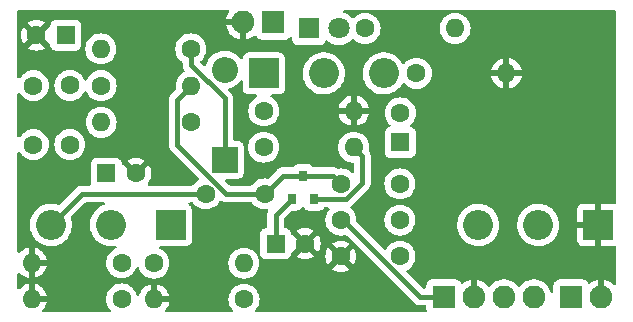
<source format=gbl>
%TF.GenerationSoftware,KiCad,Pcbnew,(5.99.0-7175-gc07a38b91b)*%
%TF.CreationDate,2020-11-24T09:55:21+02:00*%
%TF.ProjectId,gota-de-limon,676f7461-2d64-4652-9d6c-696d6f6e2e6b,rev?*%
%TF.SameCoordinates,Original*%
%TF.FileFunction,Copper,L2,Bot*%
%TF.FilePolarity,Positive*%
%FSLAX46Y46*%
G04 Gerber Fmt 4.6, Leading zero omitted, Abs format (unit mm)*
G04 Created by KiCad (PCBNEW (5.99.0-7175-gc07a38b91b)) date 2020-11-24 09:55:21*
%MOMM*%
%LPD*%
G01*
G04 APERTURE LIST*
%TA.AperFunction,ComponentPad*%
%ADD10O,1.930400X1.930400*%
%TD*%
%TA.AperFunction,ComponentPad*%
%ADD11R,1.930400X1.930400*%
%TD*%
%TA.AperFunction,ComponentPad*%
%ADD12C,1.600000*%
%TD*%
%TA.AperFunction,ComponentPad*%
%ADD13O,1.600000X1.600000*%
%TD*%
%TA.AperFunction,ComponentPad*%
%ADD14R,2.200000X2.200000*%
%TD*%
%TA.AperFunction,ComponentPad*%
%ADD15O,2.200000X2.200000*%
%TD*%
%TA.AperFunction,ComponentPad*%
%ADD16R,1.600000X1.600000*%
%TD*%
%TA.AperFunction,ComponentPad*%
%ADD17R,2.540000X2.540000*%
%TD*%
%TA.AperFunction,ComponentPad*%
%ADD18O,2.540000X2.540000*%
%TD*%
%TA.AperFunction,SMDPad,CuDef*%
%ADD19R,0.800000X0.900000*%
%TD*%
%TA.AperFunction,ComponentPad*%
%ADD20R,1.800000X1.800000*%
%TD*%
%TA.AperFunction,ComponentPad*%
%ADD21C,1.800000*%
%TD*%
%TA.AperFunction,Conductor*%
%ADD22C,0.381000*%
%TD*%
G04 APERTURE END LIST*
D10*
%TO.P,J3,2,GND*%
%TO.N,GND*%
X87220000Y-69720000D03*
D11*
%TO.P,J3,1,PWR*%
%TO.N,+9V*%
X84680000Y-69720000D03*
%TD*%
D12*
%TO.P,R2,1*%
%TO.N,VCC*%
X52500000Y-48725000D03*
D13*
%TO.P,R2,2*%
%TO.N,Net-(R2-Pad2)*%
X44880000Y-48725000D03*
%TD*%
D12*
%TO.P,C7,1*%
%TO.N,Net-(C6-Pad2)*%
X39170000Y-51830000D03*
%TO.P,C7,2*%
%TO.N,Net-(C7-Pad2)*%
X39170000Y-56830000D03*
%TD*%
D14*
%TO.P,D2,1,K*%
%TO.N,VCC*%
X55360000Y-58110000D03*
D15*
%TO.P,D2,2,A*%
%TO.N,+9V*%
X55360000Y-50490000D03*
%TD*%
D12*
%TO.P,C9,1*%
%TO.N,Net-(C9-Pad1)*%
X42250000Y-56825000D03*
%TO.P,C9,2*%
%TO.N,Net-(C9-Pad2)*%
X42250000Y-51825000D03*
%TD*%
%TO.P,R5,1*%
%TO.N,Net-(R2-Pad2)*%
X44900000Y-51850000D03*
D13*
%TO.P,R5,2*%
%TO.N,Net-(C5-Pad2)*%
X52520000Y-51850000D03*
%TD*%
D12*
%TO.P,C6,1*%
%TO.N,Net-(C5-Pad2)*%
X58750000Y-61000000D03*
%TO.P,C6,2*%
%TO.N,Net-(C6-Pad2)*%
X53750000Y-61000000D03*
%TD*%
D16*
%TO.P,C1,1*%
%TO.N,VCC*%
X41920000Y-47570000D03*
D12*
%TO.P,C1,2*%
%TO.N,GND*%
X39420000Y-47570000D03*
%TD*%
%TO.P,C10,1*%
%TO.N,Net-(C10-Pad1)*%
X70200000Y-66290000D03*
%TO.P,C10,2*%
%TO.N,GND*%
X65200000Y-66290000D03*
%TD*%
D11*
%TO.P,J2,1,PWR*%
%TO.N,+9V*%
X59480000Y-46470000D03*
D10*
%TO.P,J2,2,GND*%
%TO.N,GND*%
X56940000Y-46470000D03*
%TD*%
D16*
%TO.P,C4,1*%
%TO.N,Net-(C4-Pad1)*%
X59670000Y-65210000D03*
D12*
%TO.P,C4,2*%
%TO.N,GND*%
X62170000Y-65210000D03*
%TD*%
D17*
%TO.P,RV2,1,1*%
%TO.N,Net-(R7-Pad1)*%
X50800000Y-63627000D03*
D18*
%TO.P,RV2,2,2*%
%TO.N,Net-(C7-Pad2)*%
X45720000Y-63627000D03*
%TO.P,RV2,3,3*%
%TO.N,Net-(C6-Pad2)*%
X40640000Y-63627000D03*
%TD*%
D19*
%TO.P,Q1,1,B*%
%TO.N,Net-(C2-Pad2)*%
X62926000Y-61452000D03*
%TO.P,Q1,2,E*%
%TO.N,Net-(C4-Pad1)*%
X61026000Y-61452000D03*
%TO.P,Q1,3,C*%
%TO.N,Net-(C5-Pad2)*%
X61976000Y-59452000D03*
%TD*%
D17*
%TO.P,RV1,1,1*%
%TO.N,IN*%
X58674000Y-50800000D03*
D18*
%TO.P,RV1,2,2*%
%TO.N,Net-(C3-Pad2)*%
X63754000Y-50800000D03*
%TO.P,RV1,3,3*%
X68834000Y-50800000D03*
%TD*%
D12*
%TO.P,R1,1*%
%TO.N,IN*%
X58674000Y-53975000D03*
D13*
%TO.P,R1,2*%
%TO.N,GND*%
X66294000Y-53975000D03*
%TD*%
D12*
%TO.P,R6,1*%
%TO.N,Net-(C4-Pad1)*%
X57000000Y-69930000D03*
D13*
%TO.P,R6,2*%
%TO.N,GND*%
X49380000Y-69930000D03*
%TD*%
D11*
%TO.P,J1,1,IN*%
%TO.N,IN*%
X73910000Y-69720000D03*
D10*
%TO.P,J1,2,GND*%
%TO.N,GND*%
X76450000Y-69720000D03*
%TO.P,J1,3,SW*%
%TO.N,LED-*%
X78990000Y-69720000D03*
%TO.P,J1,4,OUT*%
%TO.N,OUT*%
X81530000Y-69720000D03*
%TD*%
D12*
%TO.P,R10,1*%
%TO.N,Net-(C8-Pad1)*%
X46630000Y-66830000D03*
D13*
%TO.P,R10,2*%
%TO.N,GND*%
X39010000Y-66830000D03*
%TD*%
D12*
%TO.P,R11,1*%
%TO.N,Net-(C9-Pad2)*%
X49370000Y-66870000D03*
D13*
%TO.P,R11,2*%
%TO.N,Net-(C10-Pad1)*%
X56990000Y-66870000D03*
%TD*%
D12*
%TO.P,C5,1*%
%TO.N,Net-(C2-Pad2)*%
X70200000Y-60150000D03*
%TO.P,C5,2*%
%TO.N,Net-(C5-Pad2)*%
X65200000Y-60150000D03*
%TD*%
%TO.P,R7,1*%
%TO.N,Net-(R7-Pad1)*%
X46630000Y-69900000D03*
D13*
%TO.P,R7,2*%
%TO.N,GND*%
X39010000Y-69900000D03*
%TD*%
D16*
%TO.P,C8,1*%
%TO.N,Net-(C8-Pad1)*%
X45350000Y-59275000D03*
D12*
%TO.P,C8,2*%
%TO.N,GND*%
X47850000Y-59275000D03*
%TD*%
%TO.P,R8,1*%
%TO.N,Net-(D1-Pad2)*%
X67250000Y-47000000D03*
D13*
%TO.P,R8,2*%
%TO.N,+9V*%
X74870000Y-47000000D03*
%TD*%
D12*
%TO.P,R9,1*%
%TO.N,Net-(R2-Pad2)*%
X52525000Y-54950000D03*
D13*
%TO.P,R9,2*%
%TO.N,Net-(C9-Pad1)*%
X44905000Y-54950000D03*
%TD*%
D17*
%TO.P,RV3,1,1*%
%TO.N,GND*%
X86995000Y-63627000D03*
D18*
%TO.P,RV3,2,2*%
%TO.N,OUT*%
X81915000Y-63627000D03*
%TO.P,RV3,3,3*%
%TO.N,Net-(C10-Pad1)*%
X76835000Y-63627000D03*
%TD*%
D12*
%TO.P,R3,1*%
%TO.N,Net-(R2-Pad2)*%
X58670000Y-57050000D03*
D13*
%TO.P,R3,2*%
%TO.N,Net-(C2-Pad2)*%
X66290000Y-57050000D03*
%TD*%
D12*
%TO.P,C2,1*%
%TO.N,IN*%
X65200000Y-63225000D03*
%TO.P,C2,2*%
%TO.N,Net-(C2-Pad2)*%
X70200000Y-63225000D03*
%TD*%
%TO.P,R4,1*%
%TO.N,Net-(C2-Pad2)*%
X71600000Y-50800000D03*
D13*
%TO.P,R4,2*%
%TO.N,GND*%
X79220000Y-50800000D03*
%TD*%
D16*
%TO.P,C3,1*%
%TO.N,Net-(C2-Pad2)*%
X70231000Y-56642000D03*
D12*
%TO.P,C3,2*%
%TO.N,Net-(C3-Pad2)*%
X70231000Y-54142000D03*
%TD*%
D20*
%TO.P,D1,1,K*%
%TO.N,LED-*%
X62500000Y-47000000D03*
D21*
%TO.P,D1,2,A*%
%TO.N,Net-(D1-Pad2)*%
X65040000Y-47000000D03*
%TD*%
D22*
%TO.N,Net-(C4-Pad1)*%
X59670000Y-65210000D02*
X59670000Y-62808000D01*
X59670000Y-62808000D02*
X61026000Y-61452000D01*
%TO.N,Net-(C5-Pad2)*%
X61976000Y-59452000D02*
X64502000Y-59452000D01*
X64502000Y-59452000D02*
X65200000Y-60150000D01*
%TO.N,Net-(C2-Pad2)*%
X62926000Y-61452000D02*
X65659942Y-61452000D01*
X65659942Y-61452000D02*
X67020000Y-60091942D01*
X67020000Y-60091942D02*
X67020000Y-57780000D01*
X67020000Y-57780000D02*
X66290000Y-57050000D01*
%TO.N,Net-(C5-Pad2)*%
X58750000Y-61000000D02*
X60298000Y-59452000D01*
X60298000Y-59452000D02*
X61976000Y-59452000D01*
X52520000Y-51850000D02*
X51334499Y-53035501D01*
X51334499Y-53035501D02*
X51334499Y-56836765D01*
X51334499Y-56836765D02*
X55497734Y-61000000D01*
X55497734Y-61000000D02*
X58750000Y-61000000D01*
%TO.N,Net-(C6-Pad2)*%
X40640000Y-63627000D02*
X43267000Y-61000000D01*
X43267000Y-61000000D02*
X53750000Y-61000000D01*
%TO.N,VCC*%
X55360000Y-52928058D02*
X52500000Y-50068058D01*
X52500000Y-50068058D02*
X52500000Y-48725000D01*
X55360000Y-58110000D02*
X55360000Y-52928058D01*
%TO.N,IN*%
X73910000Y-69720000D02*
X71868058Y-69720000D01*
X71868058Y-69720000D02*
X65373058Y-63225000D01*
X65373058Y-63225000D02*
X65200000Y-63225000D01*
%TD*%
%TA.AperFunction,Conductor*%
%TO.N,GND*%
G36*
X55710735Y-45428002D02*
G01*
X55757228Y-45481658D01*
X55767332Y-45551932D01*
X55746702Y-45605004D01*
X55657630Y-45735579D01*
X55652537Y-45744543D01*
X55554895Y-45954895D01*
X55551338Y-45964563D01*
X55489366Y-46188026D01*
X55487458Y-46198026D01*
X55490098Y-46212608D01*
X55502478Y-46216000D01*
X56685998Y-46216001D01*
X56686004Y-46216000D01*
X57068000Y-46216001D01*
X57136121Y-46236003D01*
X57182614Y-46289659D01*
X57194000Y-46342001D01*
X57193999Y-47904615D01*
X57198063Y-47918457D01*
X57211477Y-47920491D01*
X57242205Y-47916555D01*
X57252288Y-47914412D01*
X57474418Y-47847770D01*
X57483995Y-47844017D01*
X57692264Y-47741987D01*
X57701109Y-47736714D01*
X57869960Y-47616273D01*
X57937033Y-47592999D01*
X58006042Y-47609682D01*
X58049127Y-47650730D01*
X58062837Y-47672063D01*
X58121851Y-47763891D01*
X58121853Y-47763894D01*
X58126723Y-47771471D01*
X58133533Y-47777372D01*
X58230369Y-47861282D01*
X58230372Y-47861284D01*
X58237181Y-47867184D01*
X58245379Y-47870928D01*
X58353907Y-47920491D01*
X58370130Y-47927900D01*
X58379045Y-47929182D01*
X58379046Y-47929182D01*
X58510352Y-47948061D01*
X58510359Y-47948062D01*
X58514800Y-47948700D01*
X60445200Y-47948700D01*
X60518279Y-47943473D01*
X60609954Y-47916555D01*
X60649870Y-47904835D01*
X60649872Y-47904834D01*
X60658516Y-47902296D01*
X60742692Y-47848199D01*
X60773891Y-47828149D01*
X60773894Y-47828147D01*
X60781471Y-47823277D01*
X60865277Y-47726560D01*
X60925002Y-47688178D01*
X60995998Y-47688178D01*
X61055724Y-47726562D01*
X61085218Y-47791142D01*
X61086500Y-47809074D01*
X61086500Y-47900000D01*
X61091727Y-47973079D01*
X61112748Y-48044670D01*
X61122987Y-48079540D01*
X61132904Y-48113316D01*
X61137775Y-48120895D01*
X61207051Y-48228691D01*
X61207053Y-48228694D01*
X61211923Y-48236271D01*
X61218733Y-48242172D01*
X61315569Y-48326082D01*
X61315572Y-48326084D01*
X61322381Y-48331984D01*
X61330579Y-48335728D01*
X61442188Y-48386698D01*
X61455330Y-48392700D01*
X61464245Y-48393982D01*
X61464246Y-48393982D01*
X61595552Y-48412861D01*
X61595559Y-48412862D01*
X61600000Y-48413500D01*
X63400000Y-48413500D01*
X63473079Y-48408273D01*
X63553645Y-48384617D01*
X63604670Y-48369635D01*
X63604672Y-48369634D01*
X63613316Y-48367096D01*
X63690817Y-48317289D01*
X63728691Y-48292949D01*
X63728694Y-48292947D01*
X63736271Y-48288077D01*
X63742345Y-48281067D01*
X63826082Y-48184431D01*
X63826084Y-48184428D01*
X63831984Y-48177619D01*
X63880430Y-48071536D01*
X63926923Y-48017881D01*
X63995044Y-47997879D01*
X64063165Y-48017881D01*
X64079428Y-48030310D01*
X64185399Y-48125895D01*
X64189912Y-48128754D01*
X64189914Y-48128755D01*
X64207431Y-48139850D01*
X64387318Y-48253790D01*
X64477511Y-48291426D01*
X64574707Y-48331984D01*
X64607900Y-48345835D01*
X64732333Y-48374448D01*
X64835629Y-48398201D01*
X64835633Y-48398202D01*
X64840836Y-48399398D01*
X64846169Y-48399701D01*
X64846170Y-48399701D01*
X64960151Y-48406173D01*
X65079467Y-48412949D01*
X65084774Y-48412349D01*
X65084776Y-48412349D01*
X65209921Y-48398201D01*
X65316970Y-48386099D01*
X65322085Y-48384618D01*
X65322089Y-48384617D01*
X65541430Y-48321100D01*
X65541435Y-48321098D01*
X65546553Y-48319616D01*
X65761652Y-48215401D01*
X65886903Y-48125895D01*
X65951771Y-48079540D01*
X65951773Y-48079538D01*
X65956117Y-48076434D01*
X66124388Y-47906689D01*
X66125840Y-47908128D01*
X66177532Y-47873602D01*
X66248518Y-47872348D01*
X66304256Y-47904757D01*
X66405698Y-48006199D01*
X66410206Y-48009356D01*
X66410209Y-48009358D01*
X66588741Y-48134367D01*
X66593250Y-48137524D01*
X66598232Y-48139847D01*
X66598237Y-48139850D01*
X66765250Y-48217729D01*
X66800757Y-48234286D01*
X66806065Y-48235708D01*
X66806067Y-48235709D01*
X67016598Y-48292121D01*
X67016600Y-48292121D01*
X67021913Y-48293545D01*
X67250000Y-48313500D01*
X67478087Y-48293545D01*
X67483400Y-48292121D01*
X67483402Y-48292121D01*
X67693933Y-48235709D01*
X67693935Y-48235708D01*
X67699243Y-48234286D01*
X67734750Y-48217729D01*
X67901763Y-48139850D01*
X67901768Y-48139847D01*
X67906750Y-48137524D01*
X67911259Y-48134367D01*
X68089791Y-48009358D01*
X68089794Y-48009356D01*
X68094302Y-48006199D01*
X68256199Y-47844302D01*
X68267510Y-47828149D01*
X68384367Y-47661259D01*
X68384368Y-47661257D01*
X68387524Y-47656750D01*
X68389847Y-47651768D01*
X68389850Y-47651763D01*
X68481963Y-47454225D01*
X68481964Y-47454224D01*
X68484286Y-47449243D01*
X68513925Y-47338632D01*
X68542121Y-47233402D01*
X68542121Y-47233400D01*
X68543545Y-47228087D01*
X68563500Y-47000000D01*
X73556500Y-47000000D01*
X73576455Y-47228087D01*
X73577879Y-47233400D01*
X73577879Y-47233402D01*
X73606076Y-47338632D01*
X73635714Y-47449243D01*
X73638036Y-47454224D01*
X73638037Y-47454225D01*
X73730150Y-47651763D01*
X73730153Y-47651768D01*
X73732476Y-47656750D01*
X73735632Y-47661257D01*
X73735633Y-47661259D01*
X73852491Y-47828149D01*
X73863801Y-47844302D01*
X74025698Y-48006199D01*
X74030206Y-48009356D01*
X74030209Y-48009358D01*
X74208741Y-48134367D01*
X74213250Y-48137524D01*
X74218232Y-48139847D01*
X74218237Y-48139850D01*
X74385250Y-48217729D01*
X74420757Y-48234286D01*
X74426065Y-48235708D01*
X74426067Y-48235709D01*
X74636598Y-48292121D01*
X74636600Y-48292121D01*
X74641913Y-48293545D01*
X74870000Y-48313500D01*
X75098087Y-48293545D01*
X75103400Y-48292121D01*
X75103402Y-48292121D01*
X75313933Y-48235709D01*
X75313935Y-48235708D01*
X75319243Y-48234286D01*
X75354750Y-48217729D01*
X75521763Y-48139850D01*
X75521768Y-48139847D01*
X75526750Y-48137524D01*
X75531259Y-48134367D01*
X75709791Y-48009358D01*
X75709794Y-48009356D01*
X75714302Y-48006199D01*
X75876199Y-47844302D01*
X75887510Y-47828149D01*
X76004367Y-47661259D01*
X76004368Y-47661257D01*
X76007524Y-47656750D01*
X76009847Y-47651768D01*
X76009850Y-47651763D01*
X76101963Y-47454225D01*
X76101964Y-47454224D01*
X76104286Y-47449243D01*
X76133925Y-47338632D01*
X76162121Y-47233402D01*
X76162121Y-47233400D01*
X76163545Y-47228087D01*
X76183500Y-47000000D01*
X76163545Y-46771913D01*
X76154449Y-46737965D01*
X76105709Y-46556067D01*
X76105708Y-46556065D01*
X76104286Y-46550757D01*
X76078953Y-46496430D01*
X76009850Y-46348237D01*
X76009847Y-46348232D01*
X76007524Y-46343250D01*
X76004367Y-46338741D01*
X75879358Y-46160209D01*
X75879356Y-46160206D01*
X75876199Y-46155698D01*
X75714302Y-45993801D01*
X75709794Y-45990644D01*
X75709791Y-45990642D01*
X75531259Y-45865633D01*
X75531257Y-45865632D01*
X75526750Y-45862476D01*
X75521768Y-45860153D01*
X75521763Y-45860150D01*
X75324225Y-45768037D01*
X75324224Y-45768036D01*
X75319243Y-45765714D01*
X75313935Y-45764292D01*
X75313933Y-45764291D01*
X75103402Y-45707879D01*
X75103400Y-45707879D01*
X75098087Y-45706455D01*
X74870000Y-45686500D01*
X74641913Y-45706455D01*
X74636600Y-45707879D01*
X74636598Y-45707879D01*
X74426067Y-45764291D01*
X74426065Y-45764292D01*
X74420757Y-45765714D01*
X74415776Y-45768036D01*
X74415775Y-45768037D01*
X74218237Y-45860150D01*
X74218232Y-45860153D01*
X74213250Y-45862476D01*
X74208743Y-45865632D01*
X74208741Y-45865633D01*
X74030209Y-45990642D01*
X74030206Y-45990644D01*
X74025698Y-45993801D01*
X73863801Y-46155698D01*
X73860644Y-46160206D01*
X73860642Y-46160209D01*
X73735633Y-46338741D01*
X73732476Y-46343250D01*
X73730153Y-46348232D01*
X73730150Y-46348237D01*
X73661047Y-46496430D01*
X73635714Y-46550757D01*
X73634292Y-46556065D01*
X73634291Y-46556067D01*
X73585551Y-46737965D01*
X73576455Y-46771913D01*
X73556500Y-47000000D01*
X68563500Y-47000000D01*
X68543545Y-46771913D01*
X68534449Y-46737965D01*
X68485709Y-46556067D01*
X68485708Y-46556065D01*
X68484286Y-46550757D01*
X68458953Y-46496430D01*
X68389850Y-46348237D01*
X68389847Y-46348232D01*
X68387524Y-46343250D01*
X68384367Y-46338741D01*
X68259358Y-46160209D01*
X68259356Y-46160206D01*
X68256199Y-46155698D01*
X68094302Y-45993801D01*
X68089794Y-45990644D01*
X68089791Y-45990642D01*
X67911259Y-45865633D01*
X67911257Y-45865632D01*
X67906750Y-45862476D01*
X67901768Y-45860153D01*
X67901763Y-45860150D01*
X67704225Y-45768037D01*
X67704224Y-45768036D01*
X67699243Y-45765714D01*
X67693935Y-45764292D01*
X67693933Y-45764291D01*
X67483402Y-45707879D01*
X67483400Y-45707879D01*
X67478087Y-45706455D01*
X67250000Y-45686500D01*
X67021913Y-45706455D01*
X67016600Y-45707879D01*
X67016598Y-45707879D01*
X66806067Y-45764291D01*
X66806065Y-45764292D01*
X66800757Y-45765714D01*
X66795776Y-45768036D01*
X66795775Y-45768037D01*
X66598237Y-45860150D01*
X66598232Y-45860153D01*
X66593250Y-45862476D01*
X66588743Y-45865632D01*
X66588741Y-45865633D01*
X66410209Y-45990642D01*
X66410206Y-45990644D01*
X66405698Y-45993801D01*
X66302926Y-46096573D01*
X66240614Y-46130599D01*
X66169799Y-46125534D01*
X66122661Y-46094449D01*
X65980298Y-45945213D01*
X65980293Y-45945208D01*
X65976613Y-45941351D01*
X65914759Y-45895330D01*
X65789134Y-45801863D01*
X65784852Y-45798677D01*
X65780101Y-45796261D01*
X65780097Y-45796259D01*
X65576549Y-45692770D01*
X65576548Y-45692770D01*
X65571793Y-45690352D01*
X65455793Y-45654333D01*
X65396668Y-45615029D01*
X65368177Y-45550000D01*
X65379367Y-45479891D01*
X65426684Y-45426961D01*
X65493157Y-45408000D01*
X88366000Y-45408000D01*
X88434121Y-45428002D01*
X88480614Y-45481658D01*
X88492000Y-45534000D01*
X88492000Y-61731225D01*
X88471998Y-61799346D01*
X88418342Y-61845839D01*
X88348069Y-61855943D01*
X88269448Y-61844639D01*
X88260505Y-61844000D01*
X87267115Y-61844000D01*
X87251876Y-61848475D01*
X87250671Y-61849865D01*
X87249000Y-61857548D01*
X87248999Y-63372998D01*
X87249000Y-63373004D01*
X87248999Y-65391885D01*
X87253474Y-65407124D01*
X87254864Y-65408329D01*
X87262547Y-65410000D01*
X88262743Y-65410000D01*
X88267250Y-65409839D01*
X88331274Y-65405260D01*
X88343625Y-65403031D01*
X88414215Y-65410618D01*
X88469497Y-65455165D01*
X88492000Y-65527028D01*
X88492000Y-68603212D01*
X88471998Y-68671333D01*
X88418342Y-68717826D01*
X88348068Y-68727930D01*
X88283488Y-68698436D01*
X88272807Y-68688012D01*
X88231608Y-68642735D01*
X88224075Y-68635710D01*
X88042081Y-68491981D01*
X88033494Y-68486276D01*
X87830482Y-68374207D01*
X87821070Y-68369977D01*
X87602469Y-68292566D01*
X87592512Y-68289936D01*
X87491836Y-68272002D01*
X87478541Y-68273461D01*
X87474000Y-68288019D01*
X87474000Y-69848000D01*
X87453998Y-69916121D01*
X87400342Y-69962614D01*
X87348000Y-69974000D01*
X87092000Y-69974000D01*
X87023879Y-69953998D01*
X86977386Y-69900342D01*
X86966000Y-69848000D01*
X86966000Y-68286605D01*
X86962082Y-68273261D01*
X86947806Y-68271274D01*
X86882542Y-68281261D01*
X86872515Y-68283650D01*
X86652092Y-68355695D01*
X86642582Y-68359692D01*
X86436891Y-68466768D01*
X86428166Y-68472262D01*
X86293476Y-68573391D01*
X86226991Y-68598297D01*
X86157596Y-68583305D01*
X86111826Y-68540753D01*
X86033277Y-68418529D01*
X85982127Y-68374207D01*
X85929631Y-68328718D01*
X85929628Y-68328716D01*
X85922819Y-68322816D01*
X85849758Y-68289450D01*
X85798064Y-68265842D01*
X85798063Y-68265842D01*
X85789870Y-68262100D01*
X85780955Y-68260818D01*
X85780954Y-68260818D01*
X85649648Y-68241939D01*
X85649641Y-68241938D01*
X85645200Y-68241300D01*
X83714800Y-68241300D01*
X83641721Y-68246527D01*
X83588684Y-68262100D01*
X83510130Y-68285165D01*
X83510128Y-68285166D01*
X83501484Y-68287704D01*
X83493905Y-68292575D01*
X83386109Y-68361851D01*
X83386106Y-68361853D01*
X83378529Y-68366723D01*
X83372628Y-68373533D01*
X83288718Y-68470369D01*
X83288716Y-68470372D01*
X83282816Y-68477181D01*
X83279072Y-68485379D01*
X83278852Y-68485862D01*
X83222100Y-68610130D01*
X83220818Y-68619045D01*
X83220818Y-68619046D01*
X83201939Y-68750352D01*
X83201938Y-68750359D01*
X83201300Y-68754800D01*
X83201300Y-69305475D01*
X83181298Y-69373596D01*
X83127642Y-69420089D01*
X83057368Y-69430193D01*
X82992788Y-69400699D01*
X82953096Y-69336171D01*
X82931069Y-69248478D01*
X82931069Y-69248477D01*
X82929810Y-69243466D01*
X82859516Y-69081801D01*
X82835243Y-69025976D01*
X82835241Y-69025973D01*
X82833183Y-69021239D01*
X82701559Y-68817778D01*
X82696959Y-68812722D01*
X82541949Y-68642369D01*
X82541947Y-68642368D01*
X82538471Y-68638547D01*
X82534420Y-68635348D01*
X82534416Y-68635344D01*
X82352355Y-68491561D01*
X82352351Y-68491559D01*
X82348300Y-68488359D01*
X82136153Y-68371248D01*
X82131284Y-68369524D01*
X82131280Y-68369522D01*
X81912603Y-68292084D01*
X81912599Y-68292083D01*
X81907728Y-68290358D01*
X81902638Y-68289451D01*
X81902633Y-68289450D01*
X81770093Y-68265842D01*
X81669158Y-68247863D01*
X81578181Y-68246751D01*
X81432021Y-68244965D01*
X81432019Y-68244965D01*
X81426851Y-68244902D01*
X81187314Y-68281556D01*
X80956981Y-68356841D01*
X80952393Y-68359229D01*
X80952389Y-68359231D01*
X80838479Y-68418529D01*
X80742036Y-68468734D01*
X80737903Y-68471837D01*
X80737900Y-68471839D01*
X80556712Y-68607879D01*
X80548252Y-68614231D01*
X80525015Y-68638547D01*
X80449255Y-68717826D01*
X80380834Y-68789424D01*
X80365237Y-68812289D01*
X80310325Y-68857291D01*
X80239800Y-68865462D01*
X80176053Y-68834207D01*
X80162969Y-68819958D01*
X80161559Y-68817778D01*
X80111238Y-68762476D01*
X80001949Y-68642369D01*
X80001947Y-68642368D01*
X79998471Y-68638547D01*
X79994420Y-68635348D01*
X79994416Y-68635344D01*
X79812355Y-68491561D01*
X79812351Y-68491559D01*
X79808300Y-68488359D01*
X79596153Y-68371248D01*
X79591284Y-68369524D01*
X79591280Y-68369522D01*
X79372603Y-68292084D01*
X79372599Y-68292083D01*
X79367728Y-68290358D01*
X79362638Y-68289451D01*
X79362633Y-68289450D01*
X79230093Y-68265842D01*
X79129158Y-68247863D01*
X79038181Y-68246751D01*
X78892021Y-68244965D01*
X78892019Y-68244965D01*
X78886851Y-68244902D01*
X78647314Y-68281556D01*
X78416981Y-68356841D01*
X78412393Y-68359229D01*
X78412389Y-68359231D01*
X78298479Y-68418529D01*
X78202036Y-68468734D01*
X78197903Y-68471837D01*
X78197900Y-68471839D01*
X78016712Y-68607879D01*
X78008252Y-68614231D01*
X77985015Y-68638547D01*
X77909255Y-68717826D01*
X77840834Y-68789424D01*
X77824940Y-68812723D01*
X77770032Y-68857725D01*
X77699507Y-68865898D01*
X77635759Y-68834644D01*
X77621027Y-68818600D01*
X77617686Y-68814262D01*
X77461608Y-68642735D01*
X77454075Y-68635710D01*
X77272081Y-68491981D01*
X77263494Y-68486276D01*
X77060482Y-68374207D01*
X77051070Y-68369977D01*
X76832469Y-68292566D01*
X76822512Y-68289936D01*
X76721836Y-68272002D01*
X76708541Y-68273461D01*
X76704000Y-68288019D01*
X76704000Y-69848000D01*
X76683998Y-69916121D01*
X76630342Y-69962614D01*
X76578000Y-69974000D01*
X76322000Y-69974000D01*
X76253879Y-69953998D01*
X76207386Y-69900342D01*
X76196000Y-69848000D01*
X76196000Y-68286605D01*
X76192082Y-68273261D01*
X76177806Y-68271274D01*
X76112542Y-68281261D01*
X76102515Y-68283650D01*
X75882092Y-68355695D01*
X75872582Y-68359692D01*
X75666891Y-68466768D01*
X75658166Y-68472262D01*
X75523476Y-68573391D01*
X75456991Y-68598297D01*
X75387596Y-68583305D01*
X75341826Y-68540753D01*
X75263277Y-68418529D01*
X75212127Y-68374207D01*
X75159631Y-68328718D01*
X75159628Y-68328716D01*
X75152819Y-68322816D01*
X75079758Y-68289450D01*
X75028064Y-68265842D01*
X75028063Y-68265842D01*
X75019870Y-68262100D01*
X75010955Y-68260818D01*
X75010954Y-68260818D01*
X74879648Y-68241939D01*
X74879641Y-68241938D01*
X74875200Y-68241300D01*
X72944800Y-68241300D01*
X72871721Y-68246527D01*
X72818684Y-68262100D01*
X72740130Y-68285165D01*
X72740128Y-68285166D01*
X72731484Y-68287704D01*
X72723905Y-68292575D01*
X72616109Y-68361851D01*
X72616106Y-68361853D01*
X72608529Y-68366723D01*
X72602628Y-68373533D01*
X72518718Y-68470369D01*
X72518716Y-68470372D01*
X72512816Y-68477181D01*
X72509072Y-68485379D01*
X72508852Y-68485862D01*
X72452100Y-68610130D01*
X72450818Y-68619045D01*
X72450818Y-68619046D01*
X72431939Y-68750352D01*
X72431938Y-68750359D01*
X72431300Y-68754800D01*
X72431300Y-68895000D01*
X72411298Y-68963121D01*
X72357642Y-69009614D01*
X72305300Y-69021000D01*
X72209783Y-69021000D01*
X72141662Y-69000998D01*
X72120688Y-68984095D01*
X70784420Y-67647827D01*
X70750394Y-67585515D01*
X70755459Y-67514700D01*
X70798006Y-67457864D01*
X70820266Y-67444537D01*
X70851759Y-67429852D01*
X70851765Y-67429849D01*
X70856750Y-67427524D01*
X71018971Y-67313936D01*
X71039791Y-67299358D01*
X71039794Y-67299356D01*
X71044302Y-67296199D01*
X71206199Y-67134302D01*
X71227836Y-67103402D01*
X71334367Y-66951259D01*
X71334368Y-66951257D01*
X71337524Y-66946750D01*
X71339847Y-66941768D01*
X71339850Y-66941763D01*
X71431963Y-66744225D01*
X71431964Y-66744224D01*
X71434286Y-66739243D01*
X71455844Y-66658790D01*
X71492121Y-66523402D01*
X71492121Y-66523400D01*
X71493545Y-66518087D01*
X71513500Y-66290000D01*
X71493545Y-66061913D01*
X71479030Y-66007743D01*
X71435709Y-65846067D01*
X71435708Y-65846065D01*
X71434286Y-65840757D01*
X71428375Y-65828081D01*
X71339850Y-65638237D01*
X71339847Y-65638232D01*
X71337524Y-65633250D01*
X71298753Y-65577879D01*
X71209358Y-65450209D01*
X71209356Y-65450206D01*
X71206199Y-65445698D01*
X71044302Y-65283801D01*
X71039794Y-65280644D01*
X71039791Y-65280642D01*
X70861259Y-65155633D01*
X70861257Y-65155632D01*
X70856750Y-65152476D01*
X70851768Y-65150153D01*
X70851763Y-65150150D01*
X70654225Y-65058037D01*
X70654224Y-65058036D01*
X70649243Y-65055714D01*
X70643935Y-65054292D01*
X70643933Y-65054291D01*
X70433402Y-64997879D01*
X70433400Y-64997879D01*
X70428087Y-64996455D01*
X70200000Y-64976500D01*
X69971913Y-64996455D01*
X69966600Y-64997879D01*
X69966598Y-64997879D01*
X69756067Y-65054291D01*
X69756065Y-65054292D01*
X69750757Y-65055714D01*
X69745776Y-65058036D01*
X69745775Y-65058037D01*
X69548237Y-65150150D01*
X69548232Y-65150153D01*
X69543250Y-65152476D01*
X69538743Y-65155632D01*
X69538741Y-65155633D01*
X69360209Y-65280642D01*
X69360206Y-65280644D01*
X69355698Y-65283801D01*
X69193801Y-65445698D01*
X69190644Y-65450206D01*
X69190642Y-65450209D01*
X69101247Y-65577879D01*
X69062476Y-65633250D01*
X69045462Y-65669736D01*
X68998547Y-65723020D01*
X68930270Y-65742482D01*
X68862310Y-65721941D01*
X68842173Y-65705581D01*
X66542826Y-63406234D01*
X66508800Y-63343922D01*
X66506400Y-63306158D01*
X66513021Y-63230476D01*
X66513021Y-63230475D01*
X66513500Y-63225000D01*
X68886500Y-63225000D01*
X68906455Y-63453087D01*
X68965714Y-63674243D01*
X68968036Y-63679224D01*
X68968037Y-63679225D01*
X69060150Y-63876763D01*
X69060153Y-63876768D01*
X69062476Y-63881750D01*
X69065632Y-63886257D01*
X69065633Y-63886259D01*
X69157215Y-64017051D01*
X69193801Y-64069302D01*
X69355698Y-64231199D01*
X69360206Y-64234356D01*
X69360209Y-64234358D01*
X69538741Y-64359367D01*
X69543250Y-64362524D01*
X69548232Y-64364847D01*
X69548237Y-64364850D01*
X69654704Y-64414496D01*
X69750757Y-64459286D01*
X69756065Y-64460708D01*
X69756067Y-64460709D01*
X69966598Y-64517121D01*
X69966600Y-64517121D01*
X69971913Y-64518545D01*
X70200000Y-64538500D01*
X70428087Y-64518545D01*
X70433400Y-64517121D01*
X70433402Y-64517121D01*
X70643933Y-64460709D01*
X70643935Y-64460708D01*
X70649243Y-64459286D01*
X70745296Y-64414496D01*
X70851763Y-64364850D01*
X70851768Y-64364847D01*
X70856750Y-64362524D01*
X70861259Y-64359367D01*
X71039791Y-64234358D01*
X71039794Y-64234356D01*
X71044302Y-64231199D01*
X71206199Y-64069302D01*
X71242786Y-64017051D01*
X71334367Y-63886259D01*
X71334368Y-63886257D01*
X71337524Y-63881750D01*
X71339847Y-63876768D01*
X71339850Y-63876763D01*
X71431963Y-63679225D01*
X71431964Y-63679224D01*
X71434286Y-63674243D01*
X71459454Y-63580313D01*
X75052111Y-63580313D01*
X75052335Y-63584979D01*
X75052335Y-63584984D01*
X75054505Y-63630160D01*
X75064794Y-63844354D01*
X75116365Y-64103620D01*
X75205692Y-64352415D01*
X75211124Y-64362524D01*
X75305679Y-64538500D01*
X75330811Y-64585274D01*
X75333606Y-64589017D01*
X75333608Y-64589020D01*
X75486183Y-64793343D01*
X75486188Y-64793349D01*
X75488975Y-64797081D01*
X75492284Y-64800361D01*
X75492289Y-64800367D01*
X75670954Y-64977479D01*
X75676709Y-64983184D01*
X75680471Y-64985942D01*
X75680474Y-64985945D01*
X75886115Y-65136727D01*
X75889889Y-65139494D01*
X75894032Y-65141674D01*
X75894034Y-65141675D01*
X76119681Y-65260394D01*
X76119686Y-65260396D01*
X76123831Y-65262577D01*
X76128254Y-65264122D01*
X76128255Y-65264122D01*
X76346184Y-65340226D01*
X76373396Y-65349729D01*
X76377989Y-65350601D01*
X76628513Y-65398164D01*
X76628516Y-65398164D01*
X76633102Y-65399035D01*
X76762895Y-65404135D01*
X76892575Y-65409231D01*
X76892581Y-65409231D01*
X76897243Y-65409414D01*
X77015596Y-65396452D01*
X77155364Y-65381145D01*
X77155369Y-65381144D01*
X77160017Y-65380635D01*
X77164944Y-65379338D01*
X77411131Y-65314522D01*
X77415651Y-65313332D01*
X77589021Y-65238847D01*
X77654226Y-65210833D01*
X77654232Y-65210830D01*
X77658529Y-65208984D01*
X77662509Y-65206521D01*
X77662513Y-65206519D01*
X77879342Y-65072341D01*
X77879346Y-65072338D01*
X77883315Y-65069882D01*
X78085072Y-64899082D01*
X78259366Y-64700337D01*
X78402370Y-64478013D01*
X78510942Y-64236993D01*
X78542367Y-64125569D01*
X78581426Y-63987077D01*
X78581427Y-63987074D01*
X78582696Y-63982573D01*
X78600280Y-63844354D01*
X78615658Y-63723472D01*
X78615658Y-63723466D01*
X78616056Y-63720341D01*
X78618500Y-63627000D01*
X78615031Y-63580313D01*
X80132111Y-63580313D01*
X80132335Y-63584979D01*
X80132335Y-63584984D01*
X80134505Y-63630160D01*
X80144794Y-63844354D01*
X80196365Y-64103620D01*
X80285692Y-64352415D01*
X80291124Y-64362524D01*
X80385679Y-64538500D01*
X80410811Y-64585274D01*
X80413606Y-64589017D01*
X80413608Y-64589020D01*
X80566183Y-64793343D01*
X80566188Y-64793349D01*
X80568975Y-64797081D01*
X80572284Y-64800361D01*
X80572289Y-64800367D01*
X80750954Y-64977479D01*
X80756709Y-64983184D01*
X80760471Y-64985942D01*
X80760474Y-64985945D01*
X80966115Y-65136727D01*
X80969889Y-65139494D01*
X80974032Y-65141674D01*
X80974034Y-65141675D01*
X81199681Y-65260394D01*
X81199686Y-65260396D01*
X81203831Y-65262577D01*
X81208254Y-65264122D01*
X81208255Y-65264122D01*
X81426184Y-65340226D01*
X81453396Y-65349729D01*
X81457989Y-65350601D01*
X81708513Y-65398164D01*
X81708516Y-65398164D01*
X81713102Y-65399035D01*
X81842895Y-65404135D01*
X81972575Y-65409231D01*
X81972581Y-65409231D01*
X81977243Y-65409414D01*
X82095596Y-65396452D01*
X82235364Y-65381145D01*
X82235369Y-65381144D01*
X82240017Y-65380635D01*
X82244944Y-65379338D01*
X82491131Y-65314522D01*
X82495651Y-65313332D01*
X82669021Y-65238847D01*
X82734226Y-65210833D01*
X82734232Y-65210830D01*
X82738529Y-65208984D01*
X82742509Y-65206521D01*
X82742513Y-65206519D01*
X82959342Y-65072341D01*
X82959346Y-65072338D01*
X82963315Y-65069882D01*
X83165072Y-64899082D01*
X83339366Y-64700337D01*
X83482370Y-64478013D01*
X83590942Y-64236993D01*
X83622367Y-64125569D01*
X83661426Y-63987077D01*
X83661427Y-63987074D01*
X83662696Y-63982573D01*
X83673894Y-63894547D01*
X85212000Y-63894547D01*
X85212000Y-64894743D01*
X85212161Y-64899250D01*
X85216740Y-64963269D01*
X85219126Y-64976491D01*
X85255819Y-65101458D01*
X85263233Y-65117692D01*
X85332426Y-65225360D01*
X85344112Y-65238847D01*
X85440840Y-65322662D01*
X85455848Y-65332307D01*
X85572275Y-65385477D01*
X85589388Y-65390502D01*
X85720554Y-65409361D01*
X85729495Y-65410000D01*
X86722885Y-65410000D01*
X86738124Y-65405525D01*
X86739329Y-65404135D01*
X86741000Y-65396452D01*
X86741001Y-63899115D01*
X86736526Y-63883876D01*
X86735136Y-63882671D01*
X86727453Y-63881000D01*
X85230115Y-63880999D01*
X85214876Y-63885474D01*
X85213671Y-63886864D01*
X85212000Y-63894547D01*
X83673894Y-63894547D01*
X83680280Y-63844354D01*
X83695658Y-63723472D01*
X83695658Y-63723466D01*
X83696056Y-63720341D01*
X83698500Y-63627000D01*
X83685169Y-63447607D01*
X83679256Y-63368034D01*
X83679255Y-63368030D01*
X83678910Y-63363382D01*
X83620570Y-63105555D01*
X83595604Y-63041355D01*
X83526454Y-62863536D01*
X83526453Y-62863534D01*
X83524761Y-62859183D01*
X83393589Y-62629679D01*
X83246666Y-62443309D01*
X83232826Y-62425753D01*
X83232823Y-62425750D01*
X83229934Y-62422085D01*
X83165526Y-62361495D01*
X85212000Y-62361495D01*
X85212000Y-63354885D01*
X85216475Y-63370124D01*
X85217865Y-63371329D01*
X85225548Y-63373000D01*
X86722885Y-63373001D01*
X86738124Y-63368526D01*
X86739329Y-63367136D01*
X86741000Y-63359453D01*
X86741001Y-61862115D01*
X86736526Y-61846876D01*
X86735136Y-61845671D01*
X86727453Y-61844000D01*
X85727257Y-61844000D01*
X85722750Y-61844161D01*
X85658731Y-61848740D01*
X85645509Y-61851126D01*
X85520542Y-61887819D01*
X85504308Y-61895233D01*
X85396640Y-61964426D01*
X85383153Y-61976112D01*
X85299338Y-62072840D01*
X85289693Y-62087848D01*
X85236523Y-62204275D01*
X85231498Y-62221388D01*
X85212639Y-62352554D01*
X85212000Y-62361495D01*
X83165526Y-62361495D01*
X83037393Y-62240960D01*
X82856555Y-62115508D01*
X82824037Y-62092949D01*
X82824034Y-62092947D01*
X82820195Y-62090284D01*
X82816005Y-62088218D01*
X82816002Y-62088216D01*
X82587299Y-61975433D01*
X82587296Y-61975432D01*
X82583111Y-61973368D01*
X82555177Y-61964426D01*
X82389837Y-61911500D01*
X82331350Y-61892778D01*
X82075594Y-61851126D01*
X82075054Y-61851038D01*
X82075053Y-61851038D01*
X82070442Y-61850287D01*
X81938281Y-61848557D01*
X81810797Y-61846888D01*
X81810794Y-61846888D01*
X81806120Y-61846827D01*
X81544189Y-61882474D01*
X81539703Y-61883782D01*
X81539701Y-61883782D01*
X81477198Y-61902000D01*
X81290405Y-61956445D01*
X81050342Y-62067116D01*
X81046437Y-62069676D01*
X81046432Y-62069679D01*
X80833187Y-62209488D01*
X80833182Y-62209492D01*
X80829274Y-62212054D01*
X80749487Y-62283267D01*
X80644691Y-62376801D01*
X80632057Y-62388077D01*
X80463025Y-62591316D01*
X80325890Y-62817308D01*
X80324081Y-62821622D01*
X80324080Y-62821624D01*
X80288450Y-62906593D01*
X80223665Y-63061087D01*
X80158595Y-63317298D01*
X80158127Y-63321949D01*
X80158126Y-63321953D01*
X80153486Y-63368034D01*
X80132111Y-63580313D01*
X78615031Y-63580313D01*
X78605169Y-63447607D01*
X78599256Y-63368034D01*
X78599255Y-63368030D01*
X78598910Y-63363382D01*
X78540570Y-63105555D01*
X78515604Y-63041355D01*
X78446454Y-62863536D01*
X78446453Y-62863534D01*
X78444761Y-62859183D01*
X78313589Y-62629679D01*
X78166666Y-62443309D01*
X78152826Y-62425753D01*
X78152823Y-62425750D01*
X78149934Y-62422085D01*
X77957393Y-62240960D01*
X77776555Y-62115508D01*
X77744037Y-62092949D01*
X77744034Y-62092947D01*
X77740195Y-62090284D01*
X77736005Y-62088218D01*
X77736002Y-62088216D01*
X77507299Y-61975433D01*
X77507296Y-61975432D01*
X77503111Y-61973368D01*
X77475177Y-61964426D01*
X77309837Y-61911500D01*
X77251350Y-61892778D01*
X76995594Y-61851126D01*
X76995054Y-61851038D01*
X76995053Y-61851038D01*
X76990442Y-61850287D01*
X76858281Y-61848557D01*
X76730797Y-61846888D01*
X76730794Y-61846888D01*
X76726120Y-61846827D01*
X76464189Y-61882474D01*
X76459703Y-61883782D01*
X76459701Y-61883782D01*
X76397198Y-61902000D01*
X76210405Y-61956445D01*
X75970342Y-62067116D01*
X75966437Y-62069676D01*
X75966432Y-62069679D01*
X75753187Y-62209488D01*
X75753182Y-62209492D01*
X75749274Y-62212054D01*
X75669487Y-62283267D01*
X75564691Y-62376801D01*
X75552057Y-62388077D01*
X75383025Y-62591316D01*
X75245890Y-62817308D01*
X75244081Y-62821622D01*
X75244080Y-62821624D01*
X75208450Y-62906593D01*
X75143665Y-63061087D01*
X75078595Y-63317298D01*
X75078127Y-63321949D01*
X75078126Y-63321953D01*
X75073486Y-63368034D01*
X75052111Y-63580313D01*
X71459454Y-63580313D01*
X71493545Y-63453087D01*
X71513500Y-63225000D01*
X71493545Y-62996913D01*
X71469344Y-62906593D01*
X71435709Y-62781067D01*
X71435708Y-62781065D01*
X71434286Y-62775757D01*
X71398323Y-62698634D01*
X71339850Y-62573237D01*
X71339847Y-62573232D01*
X71337524Y-62568250D01*
X71315696Y-62537076D01*
X71209358Y-62385209D01*
X71209356Y-62385206D01*
X71206199Y-62380698D01*
X71044302Y-62218801D01*
X71039794Y-62215644D01*
X71039791Y-62215642D01*
X70861259Y-62090633D01*
X70861257Y-62090632D01*
X70856750Y-62087476D01*
X70851768Y-62085153D01*
X70851763Y-62085150D01*
X70654225Y-61993037D01*
X70654224Y-61993036D01*
X70649243Y-61990714D01*
X70643935Y-61989292D01*
X70643933Y-61989291D01*
X70433402Y-61932879D01*
X70433400Y-61932879D01*
X70428087Y-61931455D01*
X70200000Y-61911500D01*
X69971913Y-61931455D01*
X69966600Y-61932879D01*
X69966598Y-61932879D01*
X69756067Y-61989291D01*
X69756065Y-61989292D01*
X69750757Y-61990714D01*
X69745776Y-61993036D01*
X69745775Y-61993037D01*
X69548237Y-62085150D01*
X69548232Y-62085153D01*
X69543250Y-62087476D01*
X69538743Y-62090632D01*
X69538741Y-62090633D01*
X69360209Y-62215642D01*
X69360206Y-62215644D01*
X69355698Y-62218801D01*
X69193801Y-62380698D01*
X69190644Y-62385206D01*
X69190642Y-62385209D01*
X69084304Y-62537076D01*
X69062476Y-62568250D01*
X69060153Y-62573232D01*
X69060150Y-62573237D01*
X69001677Y-62698634D01*
X68965714Y-62775757D01*
X68964292Y-62781065D01*
X68964291Y-62781067D01*
X68930656Y-62906593D01*
X68906455Y-62996913D01*
X68886500Y-63225000D01*
X66513500Y-63225000D01*
X66493545Y-62996913D01*
X66469344Y-62906593D01*
X66435709Y-62781067D01*
X66435708Y-62781065D01*
X66434286Y-62775757D01*
X66398323Y-62698634D01*
X66339850Y-62573237D01*
X66339847Y-62573232D01*
X66337524Y-62568250D01*
X66315696Y-62537076D01*
X66209358Y-62385209D01*
X66209356Y-62385206D01*
X66206199Y-62380698D01*
X66044302Y-62218801D01*
X66046001Y-62217102D01*
X66012318Y-62166498D01*
X66011177Y-62095510D01*
X66048596Y-62035175D01*
X66055920Y-62029102D01*
X66068267Y-62019627D01*
X66073609Y-62015746D01*
X66119244Y-61984383D01*
X66119250Y-61984377D01*
X66125506Y-61980078D01*
X66139786Y-61964051D01*
X66164834Y-61935937D01*
X66169816Y-61930661D01*
X67495435Y-60605043D01*
X67501701Y-60599189D01*
X67537447Y-60568006D01*
X67543174Y-60563010D01*
X67579386Y-60511486D01*
X67583312Y-60506200D01*
X67605744Y-60477591D01*
X67622176Y-60456634D01*
X67625302Y-60449711D01*
X67627145Y-60446668D01*
X67634373Y-60433996D01*
X67636065Y-60430840D01*
X67640438Y-60424618D01*
X67663322Y-60365924D01*
X67665870Y-60359861D01*
X67691784Y-60302468D01*
X67693169Y-60294992D01*
X67694249Y-60291547D01*
X67698236Y-60277554D01*
X67699123Y-60274097D01*
X67701883Y-60267020D01*
X67710106Y-60204561D01*
X67711138Y-60198047D01*
X67720042Y-60150000D01*
X68886500Y-60150000D01*
X68906455Y-60378087D01*
X68907879Y-60383400D01*
X68907879Y-60383402D01*
X68957883Y-60570016D01*
X68965714Y-60599243D01*
X68968036Y-60604224D01*
X68968037Y-60604225D01*
X69060150Y-60801763D01*
X69060153Y-60801768D01*
X69062476Y-60806750D01*
X69193801Y-60994302D01*
X69355698Y-61156199D01*
X69360206Y-61159356D01*
X69360209Y-61159358D01*
X69458365Y-61228087D01*
X69543250Y-61287524D01*
X69548232Y-61289847D01*
X69548237Y-61289850D01*
X69735057Y-61376965D01*
X69750757Y-61384286D01*
X69756065Y-61385708D01*
X69756067Y-61385709D01*
X69966598Y-61442121D01*
X69966600Y-61442121D01*
X69971913Y-61443545D01*
X70200000Y-61463500D01*
X70428087Y-61443545D01*
X70433400Y-61442121D01*
X70433402Y-61442121D01*
X70643933Y-61385709D01*
X70643935Y-61385708D01*
X70649243Y-61384286D01*
X70664943Y-61376965D01*
X70851763Y-61289850D01*
X70851768Y-61289847D01*
X70856750Y-61287524D01*
X70941635Y-61228087D01*
X71039791Y-61159358D01*
X71039794Y-61159356D01*
X71044302Y-61156199D01*
X71206199Y-60994302D01*
X71337524Y-60806750D01*
X71339847Y-60801768D01*
X71339850Y-60801763D01*
X71431963Y-60604225D01*
X71431964Y-60604224D01*
X71434286Y-60599243D01*
X71442118Y-60570016D01*
X71492121Y-60383402D01*
X71492121Y-60383400D01*
X71493545Y-60378087D01*
X71513500Y-60150000D01*
X71493545Y-59921913D01*
X71492121Y-59916598D01*
X71435709Y-59706067D01*
X71435708Y-59706065D01*
X71434286Y-59700757D01*
X71423253Y-59677096D01*
X71339850Y-59498237D01*
X71339847Y-59498232D01*
X71337524Y-59493250D01*
X71246227Y-59362864D01*
X71209358Y-59310209D01*
X71209356Y-59310206D01*
X71206199Y-59305698D01*
X71044302Y-59143801D01*
X71039794Y-59140644D01*
X71039791Y-59140642D01*
X70861259Y-59015633D01*
X70861257Y-59015632D01*
X70856750Y-59012476D01*
X70851768Y-59010153D01*
X70851763Y-59010150D01*
X70654225Y-58918037D01*
X70654224Y-58918036D01*
X70649243Y-58915714D01*
X70643935Y-58914292D01*
X70643933Y-58914291D01*
X70433402Y-58857879D01*
X70433400Y-58857879D01*
X70428087Y-58856455D01*
X70200000Y-58836500D01*
X69971913Y-58856455D01*
X69966600Y-58857879D01*
X69966598Y-58857879D01*
X69756067Y-58914291D01*
X69756065Y-58914292D01*
X69750757Y-58915714D01*
X69745776Y-58918036D01*
X69745775Y-58918037D01*
X69548237Y-59010150D01*
X69548232Y-59010153D01*
X69543250Y-59012476D01*
X69538743Y-59015632D01*
X69538741Y-59015633D01*
X69360209Y-59140642D01*
X69360206Y-59140644D01*
X69355698Y-59143801D01*
X69193801Y-59305698D01*
X69190644Y-59310206D01*
X69190642Y-59310209D01*
X69153773Y-59362864D01*
X69062476Y-59493250D01*
X69060153Y-59498232D01*
X69060150Y-59498237D01*
X68976747Y-59677096D01*
X68965714Y-59700757D01*
X68964292Y-59706065D01*
X68964291Y-59706067D01*
X68907879Y-59916598D01*
X68906455Y-59921913D01*
X68886500Y-60150000D01*
X67720042Y-60150000D01*
X67721226Y-60143615D01*
X67721226Y-60143614D01*
X67722610Y-60136147D01*
X67719209Y-60077162D01*
X67719000Y-60069910D01*
X67719000Y-57806629D01*
X67719292Y-57798059D01*
X67720641Y-57778271D01*
X67723035Y-57743155D01*
X67720117Y-57726431D01*
X67712208Y-57681116D01*
X67711245Y-57674592D01*
X67704592Y-57619615D01*
X67704592Y-57619614D01*
X67703679Y-57612072D01*
X67700993Y-57604965D01*
X67700139Y-57601487D01*
X67696300Y-57587451D01*
X67695258Y-57584000D01*
X67693953Y-57576521D01*
X67668637Y-57518849D01*
X67666145Y-57512743D01*
X67646572Y-57460944D01*
X67646570Y-57460940D01*
X67643887Y-57453840D01*
X67639584Y-57447579D01*
X67637906Y-57444370D01*
X67630832Y-57431661D01*
X67629018Y-57428593D01*
X67625963Y-57421634D01*
X67603841Y-57392804D01*
X67578241Y-57326584D01*
X67581613Y-57288893D01*
X67581166Y-57288814D01*
X67582087Y-57283595D01*
X67582095Y-57283500D01*
X67582119Y-57283410D01*
X67582120Y-57283406D01*
X67583545Y-57278087D01*
X67603500Y-57050000D01*
X67583545Y-56821913D01*
X67574754Y-56789105D01*
X67525709Y-56606067D01*
X67525708Y-56606065D01*
X67524286Y-56600757D01*
X67499580Y-56547775D01*
X67429850Y-56398237D01*
X67429847Y-56398232D01*
X67427524Y-56393250D01*
X67424367Y-56388741D01*
X67299358Y-56210209D01*
X67299356Y-56210206D01*
X67296199Y-56205698D01*
X67134302Y-56043801D01*
X67129794Y-56040644D01*
X67129791Y-56040642D01*
X66951259Y-55915633D01*
X66951257Y-55915632D01*
X66946750Y-55912476D01*
X66941768Y-55910153D01*
X66941763Y-55910150D01*
X66744225Y-55818037D01*
X66744224Y-55818036D01*
X66739243Y-55815714D01*
X66733935Y-55814292D01*
X66733933Y-55814291D01*
X66523402Y-55757879D01*
X66523400Y-55757879D01*
X66518087Y-55756455D01*
X66290000Y-55736500D01*
X66061913Y-55756455D01*
X66056600Y-55757879D01*
X66056598Y-55757879D01*
X65846067Y-55814291D01*
X65846065Y-55814292D01*
X65840757Y-55815714D01*
X65835776Y-55818036D01*
X65835775Y-55818037D01*
X65638237Y-55910150D01*
X65638232Y-55910153D01*
X65633250Y-55912476D01*
X65628743Y-55915632D01*
X65628741Y-55915633D01*
X65450209Y-56040642D01*
X65450206Y-56040644D01*
X65445698Y-56043801D01*
X65283801Y-56205698D01*
X65280644Y-56210206D01*
X65280642Y-56210209D01*
X65155633Y-56388741D01*
X65152476Y-56393250D01*
X65150153Y-56398232D01*
X65150150Y-56398237D01*
X65080420Y-56547775D01*
X65055714Y-56600757D01*
X65054292Y-56606065D01*
X65054291Y-56606067D01*
X65005246Y-56789105D01*
X64996455Y-56821913D01*
X64976500Y-57050000D01*
X64996455Y-57278087D01*
X64997879Y-57283400D01*
X64997879Y-57283402D01*
X65053575Y-57491259D01*
X65055714Y-57499243D01*
X65058036Y-57504224D01*
X65058037Y-57504225D01*
X65150150Y-57701763D01*
X65150153Y-57701768D01*
X65152476Y-57706750D01*
X65155632Y-57711257D01*
X65155633Y-57711259D01*
X65272196Y-57877728D01*
X65283801Y-57894302D01*
X65445698Y-58056199D01*
X65450206Y-58059356D01*
X65450209Y-58059358D01*
X65628741Y-58184367D01*
X65633250Y-58187524D01*
X65638232Y-58189847D01*
X65638237Y-58189850D01*
X65810828Y-58270330D01*
X65840757Y-58284286D01*
X65846065Y-58285708D01*
X65846067Y-58285709D01*
X66056598Y-58342121D01*
X66056600Y-58342121D01*
X66061913Y-58343545D01*
X66067389Y-58344024D01*
X66067394Y-58344025D01*
X66143752Y-58350705D01*
X66205983Y-58356149D01*
X66272101Y-58382012D01*
X66313740Y-58439516D01*
X66321001Y-58481670D01*
X66321000Y-59116309D01*
X66300998Y-59184430D01*
X66247342Y-59230923D01*
X66177068Y-59241026D01*
X66112487Y-59211533D01*
X66105905Y-59205404D01*
X66044302Y-59143801D01*
X66039794Y-59140644D01*
X66039791Y-59140642D01*
X65861259Y-59015633D01*
X65861257Y-59015632D01*
X65856750Y-59012476D01*
X65851768Y-59010153D01*
X65851763Y-59010150D01*
X65654225Y-58918037D01*
X65654224Y-58918036D01*
X65649243Y-58915714D01*
X65643935Y-58914292D01*
X65643933Y-58914291D01*
X65433402Y-58857879D01*
X65433400Y-58857879D01*
X65428087Y-58856455D01*
X65200000Y-58836500D01*
X64971913Y-58856455D01*
X64957250Y-58860384D01*
X64886276Y-58858696D01*
X64866702Y-58849791D01*
X64866688Y-58849822D01*
X64860671Y-58847105D01*
X64860175Y-58846822D01*
X64859364Y-58846453D01*
X64856709Y-58844845D01*
X64844051Y-58837625D01*
X64840895Y-58835933D01*
X64834676Y-58831562D01*
X64775941Y-58808662D01*
X64769928Y-58806135D01*
X64712524Y-58780216D01*
X64705059Y-58778832D01*
X64701609Y-58777751D01*
X64687613Y-58773764D01*
X64684156Y-58772876D01*
X64677078Y-58770117D01*
X64669548Y-58769126D01*
X64669545Y-58769125D01*
X64635878Y-58764693D01*
X64614619Y-58761895D01*
X64608120Y-58760866D01*
X64546204Y-58749390D01*
X64538624Y-58749827D01*
X64538623Y-58749827D01*
X64487220Y-58752791D01*
X64479967Y-58753000D01*
X62888964Y-58753000D01*
X62820843Y-58732998D01*
X62782966Y-58695121D01*
X62768948Y-58673309D01*
X62764077Y-58665729D01*
X62757267Y-58659828D01*
X62660431Y-58575918D01*
X62660428Y-58575916D01*
X62653619Y-58570016D01*
X62520670Y-58509300D01*
X62511755Y-58508018D01*
X62511754Y-58508018D01*
X62380448Y-58489139D01*
X62380441Y-58489138D01*
X62376000Y-58488500D01*
X61576000Y-58488500D01*
X61502921Y-58493727D01*
X61449884Y-58509300D01*
X61371330Y-58532365D01*
X61371328Y-58532366D01*
X61362684Y-58534904D01*
X61355105Y-58539775D01*
X61247309Y-58609051D01*
X61247306Y-58609053D01*
X61239729Y-58613923D01*
X61233828Y-58620733D01*
X61156899Y-58709513D01*
X61097173Y-58747896D01*
X61061675Y-58753000D01*
X60324629Y-58753000D01*
X60316059Y-58752708D01*
X60314999Y-58752636D01*
X60261155Y-58748965D01*
X60253678Y-58750270D01*
X60253675Y-58750270D01*
X60199116Y-58759792D01*
X60192592Y-58760755D01*
X60137615Y-58767408D01*
X60137614Y-58767408D01*
X60130072Y-58768321D01*
X60122965Y-58771007D01*
X60119487Y-58771861D01*
X60105451Y-58775700D01*
X60102001Y-58776742D01*
X60094521Y-58778047D01*
X60036844Y-58803365D01*
X60030754Y-58805851D01*
X60026443Y-58807480D01*
X59978945Y-58825428D01*
X59978944Y-58825429D01*
X59971840Y-58828113D01*
X59965575Y-58832419D01*
X59962379Y-58834090D01*
X59949653Y-58841173D01*
X59946592Y-58842983D01*
X59939635Y-58846037D01*
X59933607Y-58850662D01*
X59933606Y-58850663D01*
X59889676Y-58884372D01*
X59884339Y-58888250D01*
X59840999Y-58918037D01*
X59832436Y-58923922D01*
X59827386Y-58929590D01*
X59827385Y-58929591D01*
X59793116Y-58968054D01*
X59788135Y-58973330D01*
X59415712Y-59345754D01*
X59089447Y-59672019D01*
X59027134Y-59706044D01*
X58980035Y-59706977D01*
X58978087Y-59706455D01*
X58972616Y-59705976D01*
X58972614Y-59705976D01*
X58755475Y-59686979D01*
X58750000Y-59686500D01*
X58521913Y-59706455D01*
X58516600Y-59707879D01*
X58516598Y-59707879D01*
X58306067Y-59764291D01*
X58306065Y-59764292D01*
X58300757Y-59765714D01*
X58295776Y-59768036D01*
X58295775Y-59768037D01*
X58098237Y-59860150D01*
X58098232Y-59860153D01*
X58093250Y-59862476D01*
X58088743Y-59865632D01*
X58088741Y-59865633D01*
X57910209Y-59990642D01*
X57910206Y-59990644D01*
X57905698Y-59993801D01*
X57743801Y-60155698D01*
X57699008Y-60219670D01*
X57679682Y-60247270D01*
X57624225Y-60291599D01*
X57576469Y-60301000D01*
X55839459Y-60301000D01*
X55771338Y-60280998D01*
X55750364Y-60264095D01*
X55424864Y-59938595D01*
X55390838Y-59876283D01*
X55395903Y-59805468D01*
X55438450Y-59748632D01*
X55504970Y-59723821D01*
X55513959Y-59723500D01*
X56460000Y-59723500D01*
X56533079Y-59718273D01*
X56611165Y-59695345D01*
X56664670Y-59679635D01*
X56664672Y-59679634D01*
X56673316Y-59677096D01*
X56720627Y-59646691D01*
X56788691Y-59602949D01*
X56788694Y-59602947D01*
X56796271Y-59598077D01*
X56817068Y-59574076D01*
X56886082Y-59494431D01*
X56886084Y-59494428D01*
X56891984Y-59487619D01*
X56952700Y-59354670D01*
X56953982Y-59345754D01*
X56972861Y-59214448D01*
X56972862Y-59214441D01*
X56973500Y-59210000D01*
X56973500Y-57050000D01*
X57356500Y-57050000D01*
X57376455Y-57278087D01*
X57377879Y-57283400D01*
X57377879Y-57283402D01*
X57433575Y-57491259D01*
X57435714Y-57499243D01*
X57438036Y-57504224D01*
X57438037Y-57504225D01*
X57530150Y-57701763D01*
X57530153Y-57701768D01*
X57532476Y-57706750D01*
X57535632Y-57711257D01*
X57535633Y-57711259D01*
X57652196Y-57877728D01*
X57663801Y-57894302D01*
X57825698Y-58056199D01*
X57830206Y-58059356D01*
X57830209Y-58059358D01*
X58008741Y-58184367D01*
X58013250Y-58187524D01*
X58018232Y-58189847D01*
X58018237Y-58189850D01*
X58190828Y-58270330D01*
X58220757Y-58284286D01*
X58226065Y-58285708D01*
X58226067Y-58285709D01*
X58436598Y-58342121D01*
X58436600Y-58342121D01*
X58441913Y-58343545D01*
X58670000Y-58363500D01*
X58898087Y-58343545D01*
X58903400Y-58342121D01*
X58903402Y-58342121D01*
X59113933Y-58285709D01*
X59113935Y-58285708D01*
X59119243Y-58284286D01*
X59149172Y-58270330D01*
X59321763Y-58189850D01*
X59321768Y-58189847D01*
X59326750Y-58187524D01*
X59331259Y-58184367D01*
X59509791Y-58059358D01*
X59509794Y-58059356D01*
X59514302Y-58056199D01*
X59676199Y-57894302D01*
X59687805Y-57877728D01*
X59804367Y-57711259D01*
X59804368Y-57711257D01*
X59807524Y-57706750D01*
X59809847Y-57701768D01*
X59809850Y-57701763D01*
X59901963Y-57504225D01*
X59901964Y-57504224D01*
X59904286Y-57499243D01*
X59906426Y-57491259D01*
X59962121Y-57283402D01*
X59962121Y-57283400D01*
X59963545Y-57278087D01*
X59983500Y-57050000D01*
X59963545Y-56821913D01*
X59954754Y-56789105D01*
X59905709Y-56606067D01*
X59905708Y-56606065D01*
X59904286Y-56600757D01*
X59879580Y-56547775D01*
X59809850Y-56398237D01*
X59809847Y-56398232D01*
X59807524Y-56393250D01*
X59804367Y-56388741D01*
X59679358Y-56210209D01*
X59679356Y-56210206D01*
X59676199Y-56205698D01*
X59514302Y-56043801D01*
X59509794Y-56040644D01*
X59509791Y-56040642D01*
X59331259Y-55915633D01*
X59331257Y-55915632D01*
X59326750Y-55912476D01*
X59321768Y-55910153D01*
X59321763Y-55910150D01*
X59124225Y-55818037D01*
X59124224Y-55818036D01*
X59119243Y-55815714D01*
X59113935Y-55814292D01*
X59113933Y-55814291D01*
X58903402Y-55757879D01*
X58903400Y-55757879D01*
X58898087Y-55756455D01*
X58670000Y-55736500D01*
X58441913Y-55756455D01*
X58436600Y-55757879D01*
X58436598Y-55757879D01*
X58226067Y-55814291D01*
X58226065Y-55814292D01*
X58220757Y-55815714D01*
X58215776Y-55818036D01*
X58215775Y-55818037D01*
X58018237Y-55910150D01*
X58018232Y-55910153D01*
X58013250Y-55912476D01*
X58008743Y-55915632D01*
X58008741Y-55915633D01*
X57830209Y-56040642D01*
X57830206Y-56040644D01*
X57825698Y-56043801D01*
X57663801Y-56205698D01*
X57660644Y-56210206D01*
X57660642Y-56210209D01*
X57535633Y-56388741D01*
X57532476Y-56393250D01*
X57530153Y-56398232D01*
X57530150Y-56398237D01*
X57460420Y-56547775D01*
X57435714Y-56600757D01*
X57434292Y-56606065D01*
X57434291Y-56606067D01*
X57385246Y-56789105D01*
X57376455Y-56821913D01*
X57356500Y-57050000D01*
X56973500Y-57050000D01*
X56973500Y-57010000D01*
X56968273Y-56936921D01*
X56937018Y-56830475D01*
X56929635Y-56805330D01*
X56929634Y-56805328D01*
X56927096Y-56796684D01*
X56881393Y-56725569D01*
X56852949Y-56681309D01*
X56852947Y-56681306D01*
X56848077Y-56673729D01*
X56841267Y-56667828D01*
X56744431Y-56583918D01*
X56744428Y-56583916D01*
X56737619Y-56578016D01*
X56604670Y-56517300D01*
X56595755Y-56516018D01*
X56595754Y-56516018D01*
X56464448Y-56497139D01*
X56464441Y-56497138D01*
X56460000Y-56496500D01*
X56185000Y-56496500D01*
X56116879Y-56476498D01*
X56070386Y-56422842D01*
X56059000Y-56370500D01*
X56059000Y-52954687D01*
X56059292Y-52946117D01*
X56060876Y-52922884D01*
X56063035Y-52891213D01*
X56058976Y-52867952D01*
X56052208Y-52829174D01*
X56051245Y-52822650D01*
X56044592Y-52767673D01*
X56044592Y-52767672D01*
X56043679Y-52760130D01*
X56040993Y-52753023D01*
X56040139Y-52749545D01*
X56036300Y-52735509D01*
X56035258Y-52732058D01*
X56033953Y-52724579D01*
X56020663Y-52694302D01*
X56008637Y-52666907D01*
X56006145Y-52660801D01*
X55986572Y-52609002D01*
X55986570Y-52608998D01*
X55983887Y-52601898D01*
X55979584Y-52595637D01*
X55977906Y-52592428D01*
X55970832Y-52579719D01*
X55969018Y-52576652D01*
X55965963Y-52569692D01*
X55927608Y-52519708D01*
X55923744Y-52514389D01*
X55918494Y-52506750D01*
X55888078Y-52462494D01*
X55875371Y-52451172D01*
X55843946Y-52423174D01*
X55838670Y-52418192D01*
X55684170Y-52263692D01*
X55650144Y-52201380D01*
X55655209Y-52130565D01*
X55697756Y-52073729D01*
X55743850Y-52052079D01*
X55858599Y-52024530D01*
X55863172Y-52022636D01*
X56087940Y-51929534D01*
X56087944Y-51929532D01*
X56092514Y-51927639D01*
X56308392Y-51795349D01*
X56312152Y-51792138D01*
X56312157Y-51792134D01*
X56497155Y-51634130D01*
X56500917Y-51630917D01*
X56587502Y-51529539D01*
X56662134Y-51442157D01*
X56662137Y-51442152D01*
X56665349Y-51438392D01*
X56665979Y-51438930D01*
X56718788Y-51398210D01*
X56789524Y-51392135D01*
X56852315Y-51425267D01*
X56887226Y-51487088D01*
X56890500Y-51515625D01*
X56890500Y-52070000D01*
X56895727Y-52143079D01*
X56897631Y-52149562D01*
X56931336Y-52264352D01*
X56936904Y-52283316D01*
X56955656Y-52312494D01*
X57011051Y-52398691D01*
X57011053Y-52398694D01*
X57015923Y-52406271D01*
X57022733Y-52412172D01*
X57119569Y-52496082D01*
X57119572Y-52496084D01*
X57126381Y-52501984D01*
X57134579Y-52505728D01*
X57236873Y-52552444D01*
X57259330Y-52562700D01*
X57268245Y-52563982D01*
X57268246Y-52563982D01*
X57399552Y-52582861D01*
X57399559Y-52582862D01*
X57404000Y-52583500D01*
X57993553Y-52583500D01*
X58061674Y-52603502D01*
X58108167Y-52657158D01*
X58118271Y-52727432D01*
X58088777Y-52792012D01*
X58046804Y-52823694D01*
X58022242Y-52835147D01*
X58022231Y-52835153D01*
X58017250Y-52837476D01*
X58012743Y-52840632D01*
X58012741Y-52840633D01*
X57834209Y-52965642D01*
X57834206Y-52965644D01*
X57829698Y-52968801D01*
X57667801Y-53130698D01*
X57664644Y-53135206D01*
X57664642Y-53135209D01*
X57547708Y-53302209D01*
X57536476Y-53318250D01*
X57534153Y-53323232D01*
X57534150Y-53323237D01*
X57456277Y-53490237D01*
X57439714Y-53525757D01*
X57438292Y-53531065D01*
X57438291Y-53531067D01*
X57390754Y-53708478D01*
X57380455Y-53746913D01*
X57360500Y-53975000D01*
X57380455Y-54203087D01*
X57381879Y-54208400D01*
X57381879Y-54208402D01*
X57405951Y-54298237D01*
X57439714Y-54424243D01*
X57442036Y-54429224D01*
X57442037Y-54429225D01*
X57534150Y-54626763D01*
X57534153Y-54626768D01*
X57536476Y-54631750D01*
X57539632Y-54636257D01*
X57539633Y-54636259D01*
X57656568Y-54803259D01*
X57667801Y-54819302D01*
X57829698Y-54981199D01*
X57834206Y-54984356D01*
X57834209Y-54984358D01*
X57842551Y-54990199D01*
X58017250Y-55112524D01*
X58022232Y-55114847D01*
X58022237Y-55114850D01*
X58176990Y-55187012D01*
X58224757Y-55209286D01*
X58230065Y-55210708D01*
X58230067Y-55210709D01*
X58440598Y-55267121D01*
X58440600Y-55267121D01*
X58445913Y-55268545D01*
X58674000Y-55288500D01*
X58902087Y-55268545D01*
X58907400Y-55267121D01*
X58907402Y-55267121D01*
X59117933Y-55210709D01*
X59117935Y-55210708D01*
X59123243Y-55209286D01*
X59171010Y-55187012D01*
X59325763Y-55114850D01*
X59325768Y-55114847D01*
X59330750Y-55112524D01*
X59505449Y-54990199D01*
X59513791Y-54984358D01*
X59513794Y-54984356D01*
X59518302Y-54981199D01*
X59680199Y-54819302D01*
X59691433Y-54803259D01*
X59808367Y-54636259D01*
X59808368Y-54636257D01*
X59811524Y-54631750D01*
X59813847Y-54626768D01*
X59813850Y-54626763D01*
X59905963Y-54429225D01*
X59905964Y-54429224D01*
X59908286Y-54424243D01*
X59942050Y-54298237D01*
X59957246Y-54241522D01*
X65011269Y-54241522D01*
X65058761Y-54418761D01*
X65062509Y-54429057D01*
X65154583Y-54626513D01*
X65160066Y-54636009D01*
X65285025Y-54814469D01*
X65292081Y-54822877D01*
X65446123Y-54976919D01*
X65454531Y-54983975D01*
X65632991Y-55108934D01*
X65642487Y-55114417D01*
X65839943Y-55206491D01*
X65850239Y-55210239D01*
X66022503Y-55256398D01*
X66036599Y-55256062D01*
X66040000Y-55248120D01*
X66040000Y-54247115D01*
X66038659Y-54242548D01*
X66548000Y-54242548D01*
X66548000Y-55242971D01*
X66551973Y-55256502D01*
X66560522Y-55257731D01*
X66737761Y-55210239D01*
X66748057Y-55206491D01*
X66945513Y-55114417D01*
X66955009Y-55108934D01*
X67133469Y-54983975D01*
X67141877Y-54976919D01*
X67295919Y-54822877D01*
X67302975Y-54814469D01*
X67427934Y-54636009D01*
X67433417Y-54626513D01*
X67525491Y-54429057D01*
X67529239Y-54418761D01*
X67575398Y-54246497D01*
X67575062Y-54232401D01*
X67567120Y-54229000D01*
X66566115Y-54229000D01*
X66550876Y-54233475D01*
X66549671Y-54234865D01*
X66548000Y-54242548D01*
X66038659Y-54242548D01*
X66035525Y-54231876D01*
X66034135Y-54230671D01*
X66026452Y-54229000D01*
X65026029Y-54229000D01*
X65012498Y-54232973D01*
X65011269Y-54241522D01*
X59957246Y-54241522D01*
X59966121Y-54208402D01*
X59966121Y-54208400D01*
X59967545Y-54203087D01*
X59972889Y-54142000D01*
X68917500Y-54142000D01*
X68937455Y-54370087D01*
X68996714Y-54591243D01*
X68999036Y-54596224D01*
X68999037Y-54596225D01*
X69091150Y-54793763D01*
X69091153Y-54793768D01*
X69093476Y-54798750D01*
X69096632Y-54803257D01*
X69096633Y-54803259D01*
X69221228Y-54981199D01*
X69224801Y-54986302D01*
X69373421Y-55134922D01*
X69407447Y-55197234D01*
X69402382Y-55268049D01*
X69359835Y-55324885D01*
X69319824Y-55344913D01*
X69226330Y-55372365D01*
X69226328Y-55372366D01*
X69217684Y-55374904D01*
X69210105Y-55379775D01*
X69102309Y-55449051D01*
X69102306Y-55449053D01*
X69094729Y-55453923D01*
X69088828Y-55460733D01*
X69004918Y-55557569D01*
X69004916Y-55557572D01*
X68999016Y-55564381D01*
X68995272Y-55572579D01*
X68985357Y-55594291D01*
X68938300Y-55697330D01*
X68937018Y-55706245D01*
X68937018Y-55706246D01*
X68918139Y-55837552D01*
X68918138Y-55837559D01*
X68917500Y-55842000D01*
X68917500Y-57442000D01*
X68922727Y-57515079D01*
X68924631Y-57521562D01*
X68951207Y-57612072D01*
X68963904Y-57655316D01*
X68973207Y-57669791D01*
X69038051Y-57770691D01*
X69038053Y-57770694D01*
X69042923Y-57778271D01*
X69049733Y-57784172D01*
X69146569Y-57868082D01*
X69146572Y-57868084D01*
X69153381Y-57873984D01*
X69286330Y-57934700D01*
X69295245Y-57935982D01*
X69295246Y-57935982D01*
X69426552Y-57954861D01*
X69426559Y-57954862D01*
X69431000Y-57955500D01*
X71031000Y-57955500D01*
X71104079Y-57950273D01*
X71182165Y-57927345D01*
X71235670Y-57911635D01*
X71235672Y-57911634D01*
X71244316Y-57909096D01*
X71352830Y-57839358D01*
X71359691Y-57834949D01*
X71359694Y-57834947D01*
X71367271Y-57830077D01*
X71407048Y-57784172D01*
X71457082Y-57726431D01*
X71457084Y-57726428D01*
X71462984Y-57719619D01*
X71496299Y-57646670D01*
X71519958Y-57594864D01*
X71519958Y-57594863D01*
X71523700Y-57586670D01*
X71536497Y-57497665D01*
X71543861Y-57446448D01*
X71543862Y-57446441D01*
X71544500Y-57442000D01*
X71544500Y-55842000D01*
X71539273Y-55768921D01*
X71498096Y-55628684D01*
X71438516Y-55535976D01*
X71423949Y-55513309D01*
X71423947Y-55513306D01*
X71419077Y-55505729D01*
X71412267Y-55499828D01*
X71315431Y-55415918D01*
X71315428Y-55415916D01*
X71308619Y-55410016D01*
X71175670Y-55349300D01*
X71161252Y-55347227D01*
X71096670Y-55317734D01*
X71058286Y-55258008D01*
X71058286Y-55187012D01*
X71090087Y-55133414D01*
X71237199Y-54986302D01*
X71240773Y-54981199D01*
X71365367Y-54803259D01*
X71365368Y-54803257D01*
X71368524Y-54798750D01*
X71370847Y-54793768D01*
X71370850Y-54793763D01*
X71462963Y-54596225D01*
X71462964Y-54596224D01*
X71465286Y-54591243D01*
X71524545Y-54370087D01*
X71544500Y-54142000D01*
X71524545Y-53913913D01*
X71478373Y-53741598D01*
X71466709Y-53698067D01*
X71466708Y-53698065D01*
X71465286Y-53692757D01*
X71442109Y-53643053D01*
X71370850Y-53490237D01*
X71370847Y-53490232D01*
X71368524Y-53485250D01*
X71292885Y-53377226D01*
X71240358Y-53302209D01*
X71240356Y-53302206D01*
X71237199Y-53297698D01*
X71075302Y-53135801D01*
X71070794Y-53132644D01*
X71070791Y-53132642D01*
X70892259Y-53007633D01*
X70892257Y-53007632D01*
X70887750Y-53004476D01*
X70882768Y-53002153D01*
X70882763Y-53002150D01*
X70685225Y-52910037D01*
X70685224Y-52910036D01*
X70680243Y-52907714D01*
X70674935Y-52906292D01*
X70674933Y-52906291D01*
X70464402Y-52849879D01*
X70464400Y-52849879D01*
X70459087Y-52848455D01*
X70231000Y-52828500D01*
X70002913Y-52848455D01*
X69997600Y-52849879D01*
X69997598Y-52849879D01*
X69787067Y-52906291D01*
X69787065Y-52906292D01*
X69781757Y-52907714D01*
X69776776Y-52910036D01*
X69776775Y-52910037D01*
X69579237Y-53002150D01*
X69579232Y-53002153D01*
X69574250Y-53004476D01*
X69569743Y-53007632D01*
X69569741Y-53007633D01*
X69391209Y-53132642D01*
X69391206Y-53132644D01*
X69386698Y-53135801D01*
X69224801Y-53297698D01*
X69221644Y-53302206D01*
X69221642Y-53302209D01*
X69169115Y-53377226D01*
X69093476Y-53485250D01*
X69091153Y-53490232D01*
X69091150Y-53490237D01*
X69019891Y-53643053D01*
X68996714Y-53692757D01*
X68995292Y-53698065D01*
X68995291Y-53698067D01*
X68983627Y-53741598D01*
X68937455Y-53913913D01*
X68917500Y-54142000D01*
X59972889Y-54142000D01*
X59987500Y-53975000D01*
X59967545Y-53746913D01*
X59957246Y-53708478D01*
X59955913Y-53703503D01*
X65012602Y-53703503D01*
X65012938Y-53717599D01*
X65020880Y-53721000D01*
X66021885Y-53721000D01*
X66037124Y-53716525D01*
X66038329Y-53715135D01*
X66040000Y-53707452D01*
X66040000Y-52707029D01*
X66038489Y-52701880D01*
X66548000Y-52701880D01*
X66548000Y-53702885D01*
X66552475Y-53718124D01*
X66553865Y-53719329D01*
X66561548Y-53721000D01*
X67561971Y-53721000D01*
X67575502Y-53717027D01*
X67576731Y-53708478D01*
X67529239Y-53531239D01*
X67525491Y-53520943D01*
X67433417Y-53323487D01*
X67427934Y-53313991D01*
X67302975Y-53135531D01*
X67295919Y-53127123D01*
X67141877Y-52973081D01*
X67133469Y-52966025D01*
X66955009Y-52841066D01*
X66945513Y-52835583D01*
X66748057Y-52743509D01*
X66737761Y-52739761D01*
X66565497Y-52693602D01*
X66551401Y-52693938D01*
X66548000Y-52701880D01*
X66038489Y-52701880D01*
X66036027Y-52693498D01*
X66027478Y-52692269D01*
X65850239Y-52739761D01*
X65839943Y-52743509D01*
X65642487Y-52835583D01*
X65632991Y-52841066D01*
X65454531Y-52966025D01*
X65446123Y-52973081D01*
X65292081Y-53127123D01*
X65285025Y-53135531D01*
X65160066Y-53313991D01*
X65154583Y-53323487D01*
X65062509Y-53520943D01*
X65058761Y-53531239D01*
X65012602Y-53703503D01*
X59955913Y-53703503D01*
X59909709Y-53531067D01*
X59909708Y-53531065D01*
X59908286Y-53525757D01*
X59891723Y-53490237D01*
X59813850Y-53323237D01*
X59813847Y-53323232D01*
X59811524Y-53318250D01*
X59800292Y-53302209D01*
X59683358Y-53135209D01*
X59683356Y-53135206D01*
X59680199Y-53130698D01*
X59518302Y-52968801D01*
X59513794Y-52965644D01*
X59513791Y-52965642D01*
X59335259Y-52840633D01*
X59335257Y-52840632D01*
X59330750Y-52837476D01*
X59325769Y-52835153D01*
X59325758Y-52835147D01*
X59301196Y-52823694D01*
X59247912Y-52776777D01*
X59228451Y-52708500D01*
X59248993Y-52640540D01*
X59303016Y-52594474D01*
X59354447Y-52583500D01*
X59944000Y-52583500D01*
X60017079Y-52578273D01*
X60105045Y-52552444D01*
X60148670Y-52539635D01*
X60148672Y-52539634D01*
X60157316Y-52537096D01*
X60212301Y-52501759D01*
X60272691Y-52462949D01*
X60272694Y-52462947D01*
X60280271Y-52458077D01*
X60286254Y-52451172D01*
X60370082Y-52354431D01*
X60370084Y-52354428D01*
X60375984Y-52347619D01*
X60394452Y-52307179D01*
X60432958Y-52222864D01*
X60432958Y-52222863D01*
X60436700Y-52214670D01*
X60438611Y-52201380D01*
X60456861Y-52074448D01*
X60456862Y-52074441D01*
X60457500Y-52070000D01*
X60457500Y-50753313D01*
X61971111Y-50753313D01*
X61971335Y-50757979D01*
X61971335Y-50757984D01*
X61975645Y-50847698D01*
X61983794Y-51017354D01*
X62035365Y-51276620D01*
X62124692Y-51525415D01*
X62126908Y-51529539D01*
X62194290Y-51654943D01*
X62249811Y-51758274D01*
X62252606Y-51762017D01*
X62252608Y-51762020D01*
X62405183Y-51966343D01*
X62405188Y-51966349D01*
X62407975Y-51970081D01*
X62411284Y-51973361D01*
X62411289Y-51973367D01*
X62552651Y-52113500D01*
X62595709Y-52156184D01*
X62599471Y-52158942D01*
X62599474Y-52158945D01*
X62801640Y-52307179D01*
X62808889Y-52312494D01*
X62813032Y-52314674D01*
X62813034Y-52314675D01*
X63038681Y-52433394D01*
X63038686Y-52433396D01*
X63042831Y-52435577D01*
X63047254Y-52437122D01*
X63047255Y-52437122D01*
X63283794Y-52519725D01*
X63292396Y-52522729D01*
X63296989Y-52523601D01*
X63547513Y-52571164D01*
X63547516Y-52571164D01*
X63552102Y-52572035D01*
X63684173Y-52577225D01*
X63811575Y-52582231D01*
X63811581Y-52582231D01*
X63816243Y-52582414D01*
X63924658Y-52570540D01*
X64074364Y-52554145D01*
X64074369Y-52554144D01*
X64079017Y-52553635D01*
X64141837Y-52537096D01*
X64330131Y-52487522D01*
X64334651Y-52486332D01*
X64493252Y-52418192D01*
X64573226Y-52383833D01*
X64573229Y-52383831D01*
X64577529Y-52381984D01*
X64581509Y-52379521D01*
X64581513Y-52379519D01*
X64798342Y-52245341D01*
X64798346Y-52245338D01*
X64802315Y-52242882D01*
X65004072Y-52072082D01*
X65178366Y-51873337D01*
X65189856Y-51855475D01*
X65318842Y-51654943D01*
X65321370Y-51651013D01*
X65429942Y-51409993D01*
X65433952Y-51395775D01*
X65500426Y-51160077D01*
X65500427Y-51160074D01*
X65501696Y-51155573D01*
X65520189Y-51010209D01*
X65534658Y-50896472D01*
X65534658Y-50896466D01*
X65535056Y-50893341D01*
X65537500Y-50800000D01*
X65534031Y-50753313D01*
X67051111Y-50753313D01*
X67051335Y-50757979D01*
X67051335Y-50757984D01*
X67055645Y-50847698D01*
X67063794Y-51017354D01*
X67115365Y-51276620D01*
X67204692Y-51525415D01*
X67206908Y-51529539D01*
X67274290Y-51654943D01*
X67329811Y-51758274D01*
X67332606Y-51762017D01*
X67332608Y-51762020D01*
X67485183Y-51966343D01*
X67485188Y-51966349D01*
X67487975Y-51970081D01*
X67491284Y-51973361D01*
X67491289Y-51973367D01*
X67632651Y-52113500D01*
X67675709Y-52156184D01*
X67679471Y-52158942D01*
X67679474Y-52158945D01*
X67881640Y-52307179D01*
X67888889Y-52312494D01*
X67893032Y-52314674D01*
X67893034Y-52314675D01*
X68118681Y-52433394D01*
X68118686Y-52433396D01*
X68122831Y-52435577D01*
X68127254Y-52437122D01*
X68127255Y-52437122D01*
X68363794Y-52519725D01*
X68372396Y-52522729D01*
X68376989Y-52523601D01*
X68627513Y-52571164D01*
X68627516Y-52571164D01*
X68632102Y-52572035D01*
X68764173Y-52577225D01*
X68891575Y-52582231D01*
X68891581Y-52582231D01*
X68896243Y-52582414D01*
X69004658Y-52570540D01*
X69154364Y-52554145D01*
X69154369Y-52554144D01*
X69159017Y-52553635D01*
X69221837Y-52537096D01*
X69410131Y-52487522D01*
X69414651Y-52486332D01*
X69573252Y-52418192D01*
X69653226Y-52383833D01*
X69653229Y-52383831D01*
X69657529Y-52381984D01*
X69661509Y-52379521D01*
X69661513Y-52379519D01*
X69878342Y-52245341D01*
X69878346Y-52245338D01*
X69882315Y-52242882D01*
X70084072Y-52072082D01*
X70258366Y-51873337D01*
X70260893Y-51869409D01*
X70395049Y-51660841D01*
X70448724Y-51614369D01*
X70519002Y-51604294D01*
X70583571Y-51633813D01*
X70593581Y-51643988D01*
X70593801Y-51644302D01*
X70755698Y-51806199D01*
X70760206Y-51809356D01*
X70760209Y-51809358D01*
X70931839Y-51929534D01*
X70943250Y-51937524D01*
X70948232Y-51939847D01*
X70948237Y-51939850D01*
X71125773Y-52022636D01*
X71150757Y-52034286D01*
X71156065Y-52035708D01*
X71156067Y-52035709D01*
X71366598Y-52092121D01*
X71366600Y-52092121D01*
X71371913Y-52093545D01*
X71600000Y-52113500D01*
X71828087Y-52093545D01*
X71833400Y-52092121D01*
X71833402Y-52092121D01*
X72043933Y-52035709D01*
X72043935Y-52035708D01*
X72049243Y-52034286D01*
X72074227Y-52022636D01*
X72251763Y-51939850D01*
X72251768Y-51939847D01*
X72256750Y-51937524D01*
X72268161Y-51929534D01*
X72439791Y-51809358D01*
X72439794Y-51809356D01*
X72444302Y-51806199D01*
X72606199Y-51644302D01*
X72613322Y-51634130D01*
X72734367Y-51461259D01*
X72734368Y-51461257D01*
X72737524Y-51456750D01*
X72739847Y-51451768D01*
X72739850Y-51451763D01*
X72831963Y-51254225D01*
X72831964Y-51254224D01*
X72834286Y-51249243D01*
X72844584Y-51210813D01*
X72883246Y-51066522D01*
X77937269Y-51066522D01*
X77984761Y-51243761D01*
X77988509Y-51254057D01*
X78080583Y-51451513D01*
X78086066Y-51461009D01*
X78211025Y-51639469D01*
X78218081Y-51647877D01*
X78372123Y-51801919D01*
X78380531Y-51808975D01*
X78558991Y-51933934D01*
X78568487Y-51939417D01*
X78765943Y-52031491D01*
X78776239Y-52035239D01*
X78948503Y-52081398D01*
X78962599Y-52081062D01*
X78966000Y-52073120D01*
X78966000Y-51072115D01*
X78964659Y-51067548D01*
X79474000Y-51067548D01*
X79474000Y-52067971D01*
X79477973Y-52081502D01*
X79486522Y-52082731D01*
X79663761Y-52035239D01*
X79674057Y-52031491D01*
X79871513Y-51939417D01*
X79881009Y-51933934D01*
X80059469Y-51808975D01*
X80067877Y-51801919D01*
X80221919Y-51647877D01*
X80228975Y-51639469D01*
X80353934Y-51461009D01*
X80359417Y-51451513D01*
X80451491Y-51254057D01*
X80455239Y-51243761D01*
X80501398Y-51071497D01*
X80501062Y-51057401D01*
X80493120Y-51054000D01*
X79492115Y-51054000D01*
X79476876Y-51058475D01*
X79475671Y-51059865D01*
X79474000Y-51067548D01*
X78964659Y-51067548D01*
X78961525Y-51056876D01*
X78960135Y-51055671D01*
X78952452Y-51054000D01*
X77952029Y-51054000D01*
X77938498Y-51057973D01*
X77937269Y-51066522D01*
X72883246Y-51066522D01*
X72892121Y-51033402D01*
X72892121Y-51033400D01*
X72893545Y-51028087D01*
X72913500Y-50800000D01*
X72893545Y-50571913D01*
X72884426Y-50537879D01*
X72881914Y-50528503D01*
X77938602Y-50528503D01*
X77938938Y-50542599D01*
X77946880Y-50546000D01*
X78947885Y-50546000D01*
X78963124Y-50541525D01*
X78964329Y-50540135D01*
X78966000Y-50532452D01*
X78966000Y-49532029D01*
X78964489Y-49526880D01*
X79474000Y-49526880D01*
X79474000Y-50527885D01*
X79478475Y-50543124D01*
X79479865Y-50544329D01*
X79487548Y-50546000D01*
X80487971Y-50546000D01*
X80501502Y-50542027D01*
X80502731Y-50533478D01*
X80455239Y-50356239D01*
X80451491Y-50345943D01*
X80359417Y-50148487D01*
X80353934Y-50138991D01*
X80228975Y-49960531D01*
X80221919Y-49952123D01*
X80067877Y-49798081D01*
X80059469Y-49791025D01*
X79881009Y-49666066D01*
X79871513Y-49660583D01*
X79674057Y-49568509D01*
X79663761Y-49564761D01*
X79491497Y-49518602D01*
X79477401Y-49518938D01*
X79474000Y-49526880D01*
X78964489Y-49526880D01*
X78962027Y-49518498D01*
X78953478Y-49517269D01*
X78776239Y-49564761D01*
X78765943Y-49568509D01*
X78568487Y-49660583D01*
X78558991Y-49666066D01*
X78380531Y-49791025D01*
X78372123Y-49798081D01*
X78218081Y-49952123D01*
X78211025Y-49960531D01*
X78086066Y-50138991D01*
X78080583Y-50148487D01*
X77988509Y-50345943D01*
X77984761Y-50356239D01*
X77938602Y-50528503D01*
X72881914Y-50528503D01*
X72835709Y-50356067D01*
X72835708Y-50356065D01*
X72834286Y-50350757D01*
X72827081Y-50335305D01*
X72739850Y-50148237D01*
X72739847Y-50148232D01*
X72737524Y-50143250D01*
X72666227Y-50041427D01*
X72609358Y-49960209D01*
X72609356Y-49960206D01*
X72606199Y-49955698D01*
X72444302Y-49793801D01*
X72439794Y-49790644D01*
X72439791Y-49790642D01*
X72261259Y-49665633D01*
X72261257Y-49665632D01*
X72256750Y-49662476D01*
X72251768Y-49660153D01*
X72251763Y-49660150D01*
X72054225Y-49568037D01*
X72054224Y-49568036D01*
X72049243Y-49565714D01*
X72043935Y-49564292D01*
X72043933Y-49564291D01*
X71833402Y-49507879D01*
X71833400Y-49507879D01*
X71828087Y-49506455D01*
X71600000Y-49486500D01*
X71371913Y-49506455D01*
X71366600Y-49507879D01*
X71366598Y-49507879D01*
X71156067Y-49564291D01*
X71156065Y-49564292D01*
X71150757Y-49565714D01*
X71145776Y-49568036D01*
X71145775Y-49568037D01*
X70948237Y-49660150D01*
X70948232Y-49660153D01*
X70943250Y-49662476D01*
X70938743Y-49665632D01*
X70938741Y-49665633D01*
X70760209Y-49790642D01*
X70760206Y-49790644D01*
X70755698Y-49793801D01*
X70593801Y-49955698D01*
X70593656Y-49955906D01*
X70535897Y-49994331D01*
X70464910Y-49995456D01*
X70404583Y-49958024D01*
X70389095Y-49936537D01*
X70367373Y-49898531D01*
X70312589Y-49802679D01*
X70200569Y-49660583D01*
X70151826Y-49598753D01*
X70151823Y-49598750D01*
X70148934Y-49595085D01*
X69956393Y-49413960D01*
X69739195Y-49263284D01*
X69735005Y-49261218D01*
X69735002Y-49261216D01*
X69506299Y-49148433D01*
X69506296Y-49148432D01*
X69502111Y-49146368D01*
X69445149Y-49128134D01*
X69339364Y-49094272D01*
X69250350Y-49065778D01*
X69075486Y-49037300D01*
X68994054Y-49024038D01*
X68994053Y-49024038D01*
X68989442Y-49023287D01*
X68857281Y-49021557D01*
X68729797Y-49019888D01*
X68729794Y-49019888D01*
X68725120Y-49019827D01*
X68463189Y-49055474D01*
X68458703Y-49056782D01*
X68458701Y-49056782D01*
X68427837Y-49065778D01*
X68209405Y-49129445D01*
X67969342Y-49240116D01*
X67965437Y-49242676D01*
X67965432Y-49242679D01*
X67752187Y-49382488D01*
X67752182Y-49382492D01*
X67748274Y-49385054D01*
X67667754Y-49456921D01*
X67556478Y-49556239D01*
X67551057Y-49561077D01*
X67382025Y-49764316D01*
X67244890Y-49990308D01*
X67243081Y-49994622D01*
X67243080Y-49994624D01*
X67156791Y-50200401D01*
X67142665Y-50234087D01*
X67077595Y-50490298D01*
X67077127Y-50494949D01*
X67077126Y-50494953D01*
X67072276Y-50543124D01*
X67051111Y-50753313D01*
X65534031Y-50753313D01*
X65523978Y-50618037D01*
X65518256Y-50541034D01*
X65518255Y-50541030D01*
X65517910Y-50536382D01*
X65459570Y-50278555D01*
X65457877Y-50274201D01*
X65365454Y-50036536D01*
X65365453Y-50036534D01*
X65363761Y-50032183D01*
X65355153Y-50017121D01*
X65287373Y-49898531D01*
X65232589Y-49802679D01*
X65120569Y-49660583D01*
X65071826Y-49598753D01*
X65071823Y-49598750D01*
X65068934Y-49595085D01*
X64876393Y-49413960D01*
X64659195Y-49263284D01*
X64655005Y-49261218D01*
X64655002Y-49261216D01*
X64426299Y-49148433D01*
X64426296Y-49148432D01*
X64422111Y-49146368D01*
X64365149Y-49128134D01*
X64259364Y-49094272D01*
X64170350Y-49065778D01*
X63995486Y-49037300D01*
X63914054Y-49024038D01*
X63914053Y-49024038D01*
X63909442Y-49023287D01*
X63777281Y-49021557D01*
X63649797Y-49019888D01*
X63649794Y-49019888D01*
X63645120Y-49019827D01*
X63383189Y-49055474D01*
X63378703Y-49056782D01*
X63378701Y-49056782D01*
X63347837Y-49065778D01*
X63129405Y-49129445D01*
X62889342Y-49240116D01*
X62885437Y-49242676D01*
X62885432Y-49242679D01*
X62672187Y-49382488D01*
X62672182Y-49382492D01*
X62668274Y-49385054D01*
X62587754Y-49456921D01*
X62476478Y-49556239D01*
X62471057Y-49561077D01*
X62302025Y-49764316D01*
X62164890Y-49990308D01*
X62163081Y-49994622D01*
X62163080Y-49994624D01*
X62076791Y-50200401D01*
X62062665Y-50234087D01*
X61997595Y-50490298D01*
X61997127Y-50494949D01*
X61997126Y-50494953D01*
X61992276Y-50543124D01*
X61971111Y-50753313D01*
X60457500Y-50753313D01*
X60457500Y-49530000D01*
X60452273Y-49456921D01*
X60411096Y-49316684D01*
X60363536Y-49242679D01*
X60336949Y-49201309D01*
X60336947Y-49201306D01*
X60332077Y-49193729D01*
X60325267Y-49187828D01*
X60228431Y-49103918D01*
X60228428Y-49103916D01*
X60221619Y-49098016D01*
X60139175Y-49060365D01*
X60096864Y-49041042D01*
X60096863Y-49041042D01*
X60088670Y-49037300D01*
X60079755Y-49036018D01*
X60079754Y-49036018D01*
X59948448Y-49017139D01*
X59948441Y-49017138D01*
X59944000Y-49016500D01*
X57404000Y-49016500D01*
X57330921Y-49021727D01*
X57277884Y-49037300D01*
X57199330Y-49060365D01*
X57199328Y-49060366D01*
X57190684Y-49062904D01*
X57183105Y-49067775D01*
X57075309Y-49137051D01*
X57075306Y-49137053D01*
X57067729Y-49141923D01*
X57061828Y-49148733D01*
X56977918Y-49245569D01*
X56977916Y-49245572D01*
X56972016Y-49252381D01*
X56968272Y-49260579D01*
X56927854Y-49349083D01*
X56911300Y-49385330D01*
X56896686Y-49486979D01*
X56896013Y-49491657D01*
X56866520Y-49556238D01*
X56806794Y-49594622D01*
X56735797Y-49594622D01*
X56676071Y-49556239D01*
X56669363Y-49547793D01*
X56667933Y-49545825D01*
X56665349Y-49541608D01*
X56657363Y-49532257D01*
X56504130Y-49352845D01*
X56500917Y-49349083D01*
X56403580Y-49265949D01*
X56312157Y-49187866D01*
X56312152Y-49187862D01*
X56308392Y-49184651D01*
X56092514Y-49052361D01*
X56087944Y-49050468D01*
X56087940Y-49050466D01*
X55863172Y-48957364D01*
X55863170Y-48957363D01*
X55858599Y-48955470D01*
X55773894Y-48935134D01*
X55617220Y-48897520D01*
X55617214Y-48897519D01*
X55612407Y-48896365D01*
X55360000Y-48876500D01*
X55107593Y-48896365D01*
X55102786Y-48897519D01*
X55102780Y-48897520D01*
X54946106Y-48935134D01*
X54861401Y-48955470D01*
X54856830Y-48957363D01*
X54856828Y-48957364D01*
X54632060Y-49050466D01*
X54632056Y-49050468D01*
X54627486Y-49052361D01*
X54411608Y-49184651D01*
X54407848Y-49187862D01*
X54407843Y-49187866D01*
X54316420Y-49265949D01*
X54219083Y-49349083D01*
X54215870Y-49352845D01*
X54057866Y-49537843D01*
X54057862Y-49537848D01*
X54054651Y-49541608D01*
X53922361Y-49757486D01*
X53920468Y-49762056D01*
X53920466Y-49762060D01*
X53838390Y-49960209D01*
X53825470Y-49991401D01*
X53811403Y-50049997D01*
X53797922Y-50106149D01*
X53762570Y-50167718D01*
X53699544Y-50200401D01*
X53628853Y-50193821D01*
X53586308Y-50165831D01*
X53336453Y-49915977D01*
X53302428Y-49853664D01*
X53307492Y-49782849D01*
X53343628Y-49731671D01*
X53344302Y-49731199D01*
X53506199Y-49569302D01*
X53509439Y-49564676D01*
X53634367Y-49386259D01*
X53634368Y-49386257D01*
X53637524Y-49381750D01*
X53639847Y-49376768D01*
X53639850Y-49376763D01*
X53731963Y-49179225D01*
X53731964Y-49179224D01*
X53734286Y-49174243D01*
X53741122Y-49148733D01*
X53792121Y-48958402D01*
X53792121Y-48958400D01*
X53793545Y-48953087D01*
X53813500Y-48725000D01*
X53793545Y-48496913D01*
X53777315Y-48436341D01*
X53735709Y-48281067D01*
X53735708Y-48281065D01*
X53734286Y-48275757D01*
X53718625Y-48242172D01*
X53639850Y-48073237D01*
X53639847Y-48073232D01*
X53637524Y-48068250D01*
X53606580Y-48024057D01*
X53509358Y-47885209D01*
X53509356Y-47885206D01*
X53506199Y-47880698D01*
X53344302Y-47718801D01*
X53339794Y-47715644D01*
X53339791Y-47715642D01*
X53161259Y-47590633D01*
X53161257Y-47590632D01*
X53156750Y-47587476D01*
X53151768Y-47585153D01*
X53151763Y-47585150D01*
X52954225Y-47493037D01*
X52954224Y-47493036D01*
X52949243Y-47490714D01*
X52943935Y-47489292D01*
X52943933Y-47489291D01*
X52733402Y-47432879D01*
X52733400Y-47432879D01*
X52728087Y-47431455D01*
X52500000Y-47411500D01*
X52271913Y-47431455D01*
X52266600Y-47432879D01*
X52266598Y-47432879D01*
X52056067Y-47489291D01*
X52056065Y-47489292D01*
X52050757Y-47490714D01*
X52045776Y-47493036D01*
X52045775Y-47493037D01*
X51848237Y-47585150D01*
X51848232Y-47585153D01*
X51843250Y-47587476D01*
X51838743Y-47590632D01*
X51838741Y-47590633D01*
X51660209Y-47715642D01*
X51660206Y-47715644D01*
X51655698Y-47718801D01*
X51493801Y-47880698D01*
X51490644Y-47885206D01*
X51490642Y-47885209D01*
X51393420Y-48024057D01*
X51362476Y-48068250D01*
X51360153Y-48073232D01*
X51360150Y-48073237D01*
X51281375Y-48242172D01*
X51265714Y-48275757D01*
X51264292Y-48281065D01*
X51264291Y-48281067D01*
X51222685Y-48436341D01*
X51206455Y-48496913D01*
X51186500Y-48725000D01*
X51206455Y-48953087D01*
X51207879Y-48958400D01*
X51207879Y-48958402D01*
X51258879Y-49148733D01*
X51265714Y-49174243D01*
X51268036Y-49179224D01*
X51268037Y-49179225D01*
X51360150Y-49376763D01*
X51360153Y-49376768D01*
X51362476Y-49381750D01*
X51365632Y-49386257D01*
X51365633Y-49386259D01*
X51490562Y-49564676D01*
X51493801Y-49569302D01*
X51655698Y-49731199D01*
X51708703Y-49768313D01*
X51747270Y-49795318D01*
X51791599Y-49850775D01*
X51801000Y-49898531D01*
X51801000Y-50041427D01*
X51800708Y-50049997D01*
X51796965Y-50104902D01*
X51798270Y-50112379D01*
X51798270Y-50112382D01*
X51807792Y-50166941D01*
X51808755Y-50173465D01*
X51816321Y-50235985D01*
X51819007Y-50243092D01*
X51819861Y-50246570D01*
X51823700Y-50260606D01*
X51824742Y-50264057D01*
X51826047Y-50271536D01*
X51829099Y-50278488D01*
X51829100Y-50278492D01*
X51851359Y-50329198D01*
X51853850Y-50335300D01*
X51876113Y-50394217D01*
X51880415Y-50400476D01*
X51882072Y-50403646D01*
X51889165Y-50416390D01*
X51890984Y-50419466D01*
X51894038Y-50426423D01*
X51898663Y-50432450D01*
X51898665Y-50432454D01*
X51932383Y-50476396D01*
X51936252Y-50481721D01*
X51954335Y-50508031D01*
X51976435Y-50575501D01*
X51958549Y-50644207D01*
X51903745Y-50693593D01*
X51868237Y-50710150D01*
X51868232Y-50710153D01*
X51863250Y-50712476D01*
X51858743Y-50715632D01*
X51858741Y-50715633D01*
X51680209Y-50840642D01*
X51680206Y-50840644D01*
X51675698Y-50843801D01*
X51513801Y-51005698D01*
X51510644Y-51010206D01*
X51510642Y-51010209D01*
X51399981Y-51168250D01*
X51382476Y-51193250D01*
X51380153Y-51198232D01*
X51380150Y-51198237D01*
X51288037Y-51395775D01*
X51285714Y-51400757D01*
X51284292Y-51406065D01*
X51284291Y-51406067D01*
X51228476Y-51614369D01*
X51226455Y-51621913D01*
X51206500Y-51850000D01*
X51226455Y-52078087D01*
X51226876Y-52079659D01*
X51219143Y-52149026D01*
X51192019Y-52189447D01*
X50859076Y-52522390D01*
X50852811Y-52528243D01*
X50811325Y-52564434D01*
X50806957Y-52570649D01*
X50806956Y-52570650D01*
X50775108Y-52615964D01*
X50771183Y-52621249D01*
X50732322Y-52670810D01*
X50729196Y-52677733D01*
X50727348Y-52680785D01*
X50720119Y-52693460D01*
X50718431Y-52696609D01*
X50714061Y-52702826D01*
X50711301Y-52709906D01*
X50691184Y-52761503D01*
X50688628Y-52767584D01*
X50665840Y-52818054D01*
X50665838Y-52818060D01*
X50662715Y-52824977D01*
X50661331Y-52832444D01*
X50660261Y-52835859D01*
X50656252Y-52849931D01*
X50655374Y-52853349D01*
X50652616Y-52860424D01*
X50651625Y-52867952D01*
X50644393Y-52922884D01*
X50643361Y-52929398D01*
X50636644Y-52965642D01*
X50631889Y-52991297D01*
X50632326Y-52998877D01*
X50632326Y-52998878D01*
X50635290Y-53050281D01*
X50635499Y-53057534D01*
X50635500Y-56810121D01*
X50635208Y-56818691D01*
X50631464Y-56873609D01*
X50632769Y-56881085D01*
X50632769Y-56881091D01*
X50642294Y-56935668D01*
X50643257Y-56942191D01*
X50650821Y-57004693D01*
X50653506Y-57011799D01*
X50654368Y-57015308D01*
X50658200Y-57029315D01*
X50659240Y-57032759D01*
X50660546Y-57040243D01*
X50663599Y-57047198D01*
X50663600Y-57047201D01*
X50685857Y-57097903D01*
X50688349Y-57104007D01*
X50710613Y-57162925D01*
X50714918Y-57169188D01*
X50716589Y-57172385D01*
X50723672Y-57185110D01*
X50725483Y-57188172D01*
X50728537Y-57195130D01*
X50733162Y-57201157D01*
X50733164Y-57201161D01*
X50766885Y-57245107D01*
X50770763Y-57250445D01*
X50802117Y-57296067D01*
X50802123Y-57296073D01*
X50806422Y-57302329D01*
X50812090Y-57307379D01*
X50812091Y-57307380D01*
X50850554Y-57341649D01*
X50855830Y-57346631D01*
X53155890Y-59646691D01*
X53189916Y-59709003D01*
X53184851Y-59779818D01*
X53142304Y-59836654D01*
X53120046Y-59849980D01*
X53098243Y-59860147D01*
X53098238Y-59860150D01*
X53093250Y-59862476D01*
X53088743Y-59865632D01*
X53088741Y-59865633D01*
X52910209Y-59990642D01*
X52910206Y-59990644D01*
X52905698Y-59993801D01*
X52743801Y-60155698D01*
X52699008Y-60219670D01*
X52679682Y-60247270D01*
X52624225Y-60291599D01*
X52576469Y-60301000D01*
X48970408Y-60301000D01*
X48902287Y-60280998D01*
X48855794Y-60227342D01*
X48845690Y-60157068D01*
X48867195Y-60102729D01*
X48983934Y-59936009D01*
X48989417Y-59926513D01*
X49081491Y-59729057D01*
X49085239Y-59718761D01*
X49141630Y-59508310D01*
X49143532Y-59497523D01*
X49162521Y-59280475D01*
X49162521Y-59269525D01*
X49143532Y-59052477D01*
X49141630Y-59041690D01*
X49085239Y-58831239D01*
X49081491Y-58820943D01*
X48989417Y-58623487D01*
X48983934Y-58613992D01*
X48947494Y-58561950D01*
X48937015Y-58553574D01*
X48923570Y-58560641D01*
X48209210Y-59275000D01*
X47939095Y-59545116D01*
X47876783Y-59579141D01*
X47805967Y-59574076D01*
X47760905Y-59545115D01*
X47490790Y-59275000D01*
X46775710Y-58559921D01*
X46732376Y-58536258D01*
X46725818Y-58534832D01*
X46675610Y-58484636D01*
X46660512Y-58433227D01*
X46658755Y-58408659D01*
X46658755Y-58408658D01*
X46658273Y-58401921D01*
X46634846Y-58322136D01*
X46619635Y-58270330D01*
X46619634Y-58270328D01*
X46617096Y-58261684D01*
X46570931Y-58189850D01*
X46569733Y-58187985D01*
X47128574Y-58187985D01*
X47135641Y-58201430D01*
X47837189Y-58902979D01*
X47851132Y-58910592D01*
X47852966Y-58910461D01*
X47859580Y-58906210D01*
X48565083Y-58200706D01*
X48571510Y-58188936D01*
X48562216Y-58176922D01*
X48511008Y-58141066D01*
X48501513Y-58135583D01*
X48304057Y-58043509D01*
X48293761Y-58039761D01*
X48083310Y-57983370D01*
X48072523Y-57981468D01*
X47855475Y-57962479D01*
X47844525Y-57962479D01*
X47627477Y-57981468D01*
X47616690Y-57983370D01*
X47406239Y-58039761D01*
X47395943Y-58043509D01*
X47198487Y-58135583D01*
X47188992Y-58141066D01*
X47136950Y-58177506D01*
X47128574Y-58187985D01*
X46569733Y-58187985D01*
X46542949Y-58146309D01*
X46542947Y-58146306D01*
X46538077Y-58138729D01*
X46520554Y-58123545D01*
X46434431Y-58048918D01*
X46434428Y-58048916D01*
X46427619Y-58043016D01*
X46294670Y-57982300D01*
X46285755Y-57981018D01*
X46285754Y-57981018D01*
X46154448Y-57962139D01*
X46154441Y-57962138D01*
X46150000Y-57961500D01*
X44550000Y-57961500D01*
X44476921Y-57966727D01*
X44423884Y-57982300D01*
X44345330Y-58005365D01*
X44345328Y-58005366D01*
X44336684Y-58007904D01*
X44329105Y-58012775D01*
X44221309Y-58082051D01*
X44221306Y-58082053D01*
X44213729Y-58086923D01*
X44207828Y-58093733D01*
X44123918Y-58190569D01*
X44123916Y-58190572D01*
X44118016Y-58197381D01*
X44114272Y-58205579D01*
X44079389Y-58281963D01*
X44057300Y-58330330D01*
X44056018Y-58339245D01*
X44056018Y-58339246D01*
X44037139Y-58470552D01*
X44037138Y-58470559D01*
X44036500Y-58475000D01*
X44036500Y-60075000D01*
X44036661Y-60077250D01*
X44040874Y-60136147D01*
X44041727Y-60148079D01*
X44043223Y-60153173D01*
X44035691Y-60223220D01*
X43991142Y-60278500D01*
X43919283Y-60301000D01*
X43293629Y-60301000D01*
X43285059Y-60300708D01*
X43283999Y-60300636D01*
X43230155Y-60296965D01*
X43222678Y-60298270D01*
X43222675Y-60298270D01*
X43168116Y-60307792D01*
X43161592Y-60308755D01*
X43106615Y-60315408D01*
X43106614Y-60315408D01*
X43099072Y-60316321D01*
X43091965Y-60319007D01*
X43088487Y-60319861D01*
X43074451Y-60323700D01*
X43071000Y-60324742D01*
X43063521Y-60326047D01*
X43056569Y-60329099D01*
X43056565Y-60329100D01*
X43005859Y-60351359D01*
X42999757Y-60353850D01*
X42940840Y-60376113D01*
X42934581Y-60380415D01*
X42931411Y-60382072D01*
X42918667Y-60389165D01*
X42915591Y-60390984D01*
X42908634Y-60394038D01*
X42902607Y-60398663D01*
X42902603Y-60398665D01*
X42858661Y-60432383D01*
X42853323Y-60436261D01*
X42807698Y-60467617D01*
X42807691Y-60467623D01*
X42801436Y-60471922D01*
X42796386Y-60477590D01*
X42796385Y-60477591D01*
X42762116Y-60516054D01*
X42757134Y-60521330D01*
X42050378Y-61228087D01*
X41360159Y-61918306D01*
X41297847Y-61952331D01*
X41232652Y-61949213D01*
X41056350Y-61892778D01*
X40800594Y-61851126D01*
X40800054Y-61851038D01*
X40800053Y-61851038D01*
X40795442Y-61850287D01*
X40663281Y-61848557D01*
X40535797Y-61846888D01*
X40535794Y-61846888D01*
X40531120Y-61846827D01*
X40269189Y-61882474D01*
X40264703Y-61883782D01*
X40264701Y-61883782D01*
X40202198Y-61902000D01*
X40015405Y-61956445D01*
X39775342Y-62067116D01*
X39771437Y-62069676D01*
X39771432Y-62069679D01*
X39558187Y-62209488D01*
X39558182Y-62209492D01*
X39554274Y-62212054D01*
X39474487Y-62283267D01*
X39369691Y-62376801D01*
X39357057Y-62388077D01*
X39188025Y-62591316D01*
X39050890Y-62817308D01*
X39049081Y-62821622D01*
X39049080Y-62821624D01*
X39013450Y-62906593D01*
X38948665Y-63061087D01*
X38883595Y-63317298D01*
X38883127Y-63321949D01*
X38883126Y-63321953D01*
X38878486Y-63368034D01*
X38857111Y-63580313D01*
X38857335Y-63584979D01*
X38857335Y-63584984D01*
X38859505Y-63630160D01*
X38869794Y-63844354D01*
X38921365Y-64103620D01*
X39010692Y-64352415D01*
X39016124Y-64362524D01*
X39110679Y-64538500D01*
X39135811Y-64585274D01*
X39138606Y-64589017D01*
X39138608Y-64589020D01*
X39291183Y-64793343D01*
X39291188Y-64793349D01*
X39293975Y-64797081D01*
X39297284Y-64800361D01*
X39297289Y-64800367D01*
X39475954Y-64977479D01*
X39481709Y-64983184D01*
X39485471Y-64985942D01*
X39485474Y-64985945D01*
X39691115Y-65136727D01*
X39694889Y-65139494D01*
X39699032Y-65141674D01*
X39699034Y-65141675D01*
X39924681Y-65260394D01*
X39924686Y-65260396D01*
X39928831Y-65262577D01*
X39933254Y-65264122D01*
X39933255Y-65264122D01*
X40151184Y-65340226D01*
X40178396Y-65349729D01*
X40182989Y-65350601D01*
X40433513Y-65398164D01*
X40433516Y-65398164D01*
X40438102Y-65399035D01*
X40567895Y-65404135D01*
X40697575Y-65409231D01*
X40697581Y-65409231D01*
X40702243Y-65409414D01*
X40820596Y-65396452D01*
X40960364Y-65381145D01*
X40960369Y-65381144D01*
X40965017Y-65380635D01*
X40969944Y-65379338D01*
X41216131Y-65314522D01*
X41220651Y-65313332D01*
X41394021Y-65238847D01*
X41459226Y-65210833D01*
X41459232Y-65210830D01*
X41463529Y-65208984D01*
X41467509Y-65206521D01*
X41467513Y-65206519D01*
X41684342Y-65072341D01*
X41684346Y-65072338D01*
X41688315Y-65069882D01*
X41890072Y-64899082D01*
X42064366Y-64700337D01*
X42207370Y-64478013D01*
X42315942Y-64236993D01*
X42347367Y-64125569D01*
X42386426Y-63987077D01*
X42386427Y-63987074D01*
X42387696Y-63982573D01*
X42405280Y-63844354D01*
X42420658Y-63723472D01*
X42420658Y-63723466D01*
X42421056Y-63720341D01*
X42423500Y-63627000D01*
X42410169Y-63447607D01*
X42404256Y-63368034D01*
X42404255Y-63368030D01*
X42403910Y-63363382D01*
X42345570Y-63105555D01*
X42320604Y-63041355D01*
X42314557Y-62970617D01*
X42348942Y-62906593D01*
X43519630Y-61735905D01*
X43581942Y-61701879D01*
X43608725Y-61699000D01*
X45096099Y-61699000D01*
X45164220Y-61719002D01*
X45210713Y-61772658D01*
X45220817Y-61842932D01*
X45191323Y-61907512D01*
X45131357Y-61945966D01*
X45095405Y-61956445D01*
X44855342Y-62067116D01*
X44851437Y-62069676D01*
X44851432Y-62069679D01*
X44638187Y-62209488D01*
X44638182Y-62209492D01*
X44634274Y-62212054D01*
X44554487Y-62283267D01*
X44449691Y-62376801D01*
X44437057Y-62388077D01*
X44268025Y-62591316D01*
X44130890Y-62817308D01*
X44129081Y-62821622D01*
X44129080Y-62821624D01*
X44093450Y-62906593D01*
X44028665Y-63061087D01*
X43963595Y-63317298D01*
X43963127Y-63321949D01*
X43963126Y-63321953D01*
X43958486Y-63368034D01*
X43937111Y-63580313D01*
X43937335Y-63584979D01*
X43937335Y-63584984D01*
X43939505Y-63630160D01*
X43949794Y-63844354D01*
X44001365Y-64103620D01*
X44090692Y-64352415D01*
X44096124Y-64362524D01*
X44190679Y-64538500D01*
X44215811Y-64585274D01*
X44218606Y-64589017D01*
X44218608Y-64589020D01*
X44371183Y-64793343D01*
X44371188Y-64793349D01*
X44373975Y-64797081D01*
X44377284Y-64800361D01*
X44377289Y-64800367D01*
X44555954Y-64977479D01*
X44561709Y-64983184D01*
X44565471Y-64985942D01*
X44565474Y-64985945D01*
X44771115Y-65136727D01*
X44774889Y-65139494D01*
X44779032Y-65141674D01*
X44779034Y-65141675D01*
X45004681Y-65260394D01*
X45004686Y-65260396D01*
X45008831Y-65262577D01*
X45013254Y-65264122D01*
X45013255Y-65264122D01*
X45231184Y-65340226D01*
X45258396Y-65349729D01*
X45262989Y-65350601D01*
X45513513Y-65398164D01*
X45513516Y-65398164D01*
X45518102Y-65399035D01*
X45647895Y-65404135D01*
X45777575Y-65409231D01*
X45777581Y-65409231D01*
X45782243Y-65409414D01*
X45900596Y-65396452D01*
X46040364Y-65381145D01*
X46040369Y-65381144D01*
X46045017Y-65380635D01*
X46049944Y-65379338D01*
X46057540Y-65377338D01*
X46128509Y-65379338D01*
X46187130Y-65419388D01*
X46214793Y-65484774D01*
X46202714Y-65554735D01*
X46154729Y-65607060D01*
X46142870Y-65613381D01*
X45978237Y-65690150D01*
X45978232Y-65690153D01*
X45973250Y-65692476D01*
X45968743Y-65695632D01*
X45968741Y-65695633D01*
X45790209Y-65820642D01*
X45790206Y-65820644D01*
X45785698Y-65823801D01*
X45623801Y-65985698D01*
X45620644Y-65990206D01*
X45620642Y-65990209D01*
X45566539Y-66067477D01*
X45492476Y-66173250D01*
X45490153Y-66178232D01*
X45490150Y-66178237D01*
X45412885Y-66343934D01*
X45395714Y-66380757D01*
X45394292Y-66386064D01*
X45394291Y-66386067D01*
X45358916Y-66518087D01*
X45336455Y-66601913D01*
X45316500Y-66830000D01*
X45336455Y-67058087D01*
X45395714Y-67279243D01*
X45398036Y-67284224D01*
X45398037Y-67284225D01*
X45490150Y-67481763D01*
X45490153Y-67481768D01*
X45492476Y-67486750D01*
X45495632Y-67491257D01*
X45495633Y-67491259D01*
X45618949Y-67667372D01*
X45623801Y-67674302D01*
X45785698Y-67836199D01*
X45790206Y-67839356D01*
X45790209Y-67839358D01*
X45968123Y-67963934D01*
X45973250Y-67967524D01*
X45978232Y-67969847D01*
X45978237Y-67969850D01*
X46059030Y-68007524D01*
X46180757Y-68064286D01*
X46186065Y-68065708D01*
X46186067Y-68065709D01*
X46396598Y-68122121D01*
X46396600Y-68122121D01*
X46401913Y-68123545D01*
X46630000Y-68143500D01*
X46858087Y-68123545D01*
X46863400Y-68122121D01*
X46863402Y-68122121D01*
X47073933Y-68065709D01*
X47073935Y-68065708D01*
X47079243Y-68064286D01*
X47200970Y-68007524D01*
X47281763Y-67969850D01*
X47281768Y-67969847D01*
X47286750Y-67967524D01*
X47291877Y-67963934D01*
X47469791Y-67839358D01*
X47469794Y-67839356D01*
X47474302Y-67836199D01*
X47636199Y-67674302D01*
X47641052Y-67667372D01*
X47764367Y-67491259D01*
X47764368Y-67491257D01*
X47767524Y-67486750D01*
X47769847Y-67481768D01*
X47769850Y-67481763D01*
X47861963Y-67284225D01*
X47861964Y-67284224D01*
X47864286Y-67279243D01*
X47865709Y-67273933D01*
X47865712Y-67273925D01*
X47872935Y-67246968D01*
X47909886Y-67186346D01*
X47973747Y-67155324D01*
X48044242Y-67163753D01*
X48098988Y-67208957D01*
X48116348Y-67246967D01*
X48135714Y-67319243D01*
X48138036Y-67324224D01*
X48138037Y-67324225D01*
X48230150Y-67521763D01*
X48230153Y-67521768D01*
X48232476Y-67526750D01*
X48235632Y-67531257D01*
X48235633Y-67531259D01*
X48335793Y-67674302D01*
X48363801Y-67714302D01*
X48525698Y-67876199D01*
X48530206Y-67879356D01*
X48530209Y-67879358D01*
X48708741Y-68004367D01*
X48713250Y-68007524D01*
X48718232Y-68009847D01*
X48718237Y-68009850D01*
X48837020Y-68065239D01*
X48920757Y-68104286D01*
X48926065Y-68105708D01*
X48926067Y-68105709D01*
X49136598Y-68162121D01*
X49136600Y-68162121D01*
X49141913Y-68163545D01*
X49370000Y-68183500D01*
X49598087Y-68163545D01*
X49603400Y-68162121D01*
X49603402Y-68162121D01*
X49813933Y-68105709D01*
X49813935Y-68105708D01*
X49819243Y-68104286D01*
X49902980Y-68065239D01*
X50021763Y-68009850D01*
X50021768Y-68009847D01*
X50026750Y-68007524D01*
X50031259Y-68004367D01*
X50209791Y-67879358D01*
X50209794Y-67879356D01*
X50214302Y-67876199D01*
X50376199Y-67714302D01*
X50404208Y-67674302D01*
X50504367Y-67531259D01*
X50504368Y-67531257D01*
X50507524Y-67526750D01*
X50509847Y-67521768D01*
X50509850Y-67521763D01*
X50601963Y-67324225D01*
X50601964Y-67324224D01*
X50604286Y-67319243D01*
X50663545Y-67098087D01*
X50683500Y-66870000D01*
X55676500Y-66870000D01*
X55696455Y-67098087D01*
X55755714Y-67319243D01*
X55758036Y-67324224D01*
X55758037Y-67324225D01*
X55850150Y-67521763D01*
X55850153Y-67521768D01*
X55852476Y-67526750D01*
X55855632Y-67531257D01*
X55855633Y-67531259D01*
X55955793Y-67674302D01*
X55983801Y-67714302D01*
X56145698Y-67876199D01*
X56150206Y-67879356D01*
X56150209Y-67879358D01*
X56328741Y-68004367D01*
X56333250Y-68007524D01*
X56338232Y-68009847D01*
X56338237Y-68009850D01*
X56457020Y-68065239D01*
X56540757Y-68104286D01*
X56546065Y-68105708D01*
X56546067Y-68105709D01*
X56756598Y-68162121D01*
X56756600Y-68162121D01*
X56761913Y-68163545D01*
X56990000Y-68183500D01*
X57218087Y-68163545D01*
X57223400Y-68162121D01*
X57223402Y-68162121D01*
X57433933Y-68105709D01*
X57433935Y-68105708D01*
X57439243Y-68104286D01*
X57522980Y-68065239D01*
X57641763Y-68009850D01*
X57641768Y-68009847D01*
X57646750Y-68007524D01*
X57651259Y-68004367D01*
X57829791Y-67879358D01*
X57829794Y-67879356D01*
X57834302Y-67876199D01*
X57996199Y-67714302D01*
X58024208Y-67674302D01*
X58124367Y-67531259D01*
X58124368Y-67531257D01*
X58127524Y-67526750D01*
X58129847Y-67521768D01*
X58129850Y-67521763D01*
X58197790Y-67376064D01*
X64478490Y-67376064D01*
X64487784Y-67388078D01*
X64538992Y-67423934D01*
X64548487Y-67429417D01*
X64745943Y-67521491D01*
X64756239Y-67525239D01*
X64966690Y-67581630D01*
X64977477Y-67583532D01*
X65194525Y-67602521D01*
X65205475Y-67602521D01*
X65422523Y-67583532D01*
X65433310Y-67581630D01*
X65643761Y-67525239D01*
X65654057Y-67521491D01*
X65851513Y-67429417D01*
X65861008Y-67423934D01*
X65913050Y-67387494D01*
X65921426Y-67377015D01*
X65914359Y-67363570D01*
X65212811Y-66662021D01*
X65198868Y-66654408D01*
X65197034Y-66654539D01*
X65190420Y-66658790D01*
X64484917Y-67364294D01*
X64478490Y-67376064D01*
X58197790Y-67376064D01*
X58221963Y-67324225D01*
X58221964Y-67324224D01*
X58224286Y-67319243D01*
X58283545Y-67098087D01*
X58303500Y-66870000D01*
X58283545Y-66641913D01*
X58250366Y-66518087D01*
X58225709Y-66426067D01*
X58225708Y-66426065D01*
X58224286Y-66420757D01*
X58204951Y-66379293D01*
X58195808Y-66319097D01*
X58166167Y-66293412D01*
X58157970Y-66278542D01*
X58129850Y-66218237D01*
X58129847Y-66218232D01*
X58127524Y-66213250D01*
X58096359Y-66168741D01*
X57999358Y-66030209D01*
X57999356Y-66030206D01*
X57996199Y-66025698D01*
X57834302Y-65863801D01*
X57829794Y-65860644D01*
X57829791Y-65860642D01*
X57651259Y-65735633D01*
X57651257Y-65735632D01*
X57646750Y-65732476D01*
X57641768Y-65730153D01*
X57641763Y-65730150D01*
X57444225Y-65638037D01*
X57444224Y-65638036D01*
X57439243Y-65635714D01*
X57433935Y-65634292D01*
X57433933Y-65634291D01*
X57223402Y-65577879D01*
X57223400Y-65577879D01*
X57218087Y-65576455D01*
X56990000Y-65556500D01*
X56761913Y-65576455D01*
X56756600Y-65577879D01*
X56756598Y-65577879D01*
X56546067Y-65634291D01*
X56546065Y-65634292D01*
X56540757Y-65635714D01*
X56535776Y-65638036D01*
X56535775Y-65638037D01*
X56338237Y-65730150D01*
X56338232Y-65730153D01*
X56333250Y-65732476D01*
X56328743Y-65735632D01*
X56328741Y-65735633D01*
X56150209Y-65860642D01*
X56150206Y-65860644D01*
X56145698Y-65863801D01*
X55983801Y-66025698D01*
X55980644Y-66030206D01*
X55980642Y-66030209D01*
X55883641Y-66168741D01*
X55852476Y-66213250D01*
X55850153Y-66218232D01*
X55850150Y-66218237D01*
X55771890Y-66386067D01*
X55755714Y-66420757D01*
X55754292Y-66426065D01*
X55754291Y-66426067D01*
X55729634Y-66518087D01*
X55696455Y-66641913D01*
X55676500Y-66870000D01*
X50683500Y-66870000D01*
X50663545Y-66641913D01*
X50630366Y-66518087D01*
X50605709Y-66426067D01*
X50605708Y-66426065D01*
X50604286Y-66420757D01*
X50588110Y-66386067D01*
X50509850Y-66218237D01*
X50509847Y-66218232D01*
X50507524Y-66213250D01*
X50476359Y-66168741D01*
X50379358Y-66030209D01*
X50379356Y-66030206D01*
X50376199Y-66025698D01*
X50214302Y-65863801D01*
X50209794Y-65860644D01*
X50209791Y-65860642D01*
X50031259Y-65735633D01*
X50031257Y-65735632D01*
X50026750Y-65732476D01*
X50021768Y-65730153D01*
X50021763Y-65730150D01*
X49851370Y-65650695D01*
X49798085Y-65603778D01*
X49778624Y-65535500D01*
X49799166Y-65467541D01*
X49853189Y-65421475D01*
X49904620Y-65410500D01*
X52070000Y-65410500D01*
X52143079Y-65405273D01*
X52238218Y-65377338D01*
X52274670Y-65366635D01*
X52274672Y-65366634D01*
X52283316Y-65364096D01*
X52347788Y-65322662D01*
X52398691Y-65289949D01*
X52398694Y-65289947D01*
X52406271Y-65285077D01*
X52424429Y-65264122D01*
X52496082Y-65181431D01*
X52496084Y-65181428D01*
X52501984Y-65174619D01*
X52555010Y-65058509D01*
X52558958Y-65049864D01*
X52558958Y-65049863D01*
X52562700Y-65041670D01*
X52563982Y-65032754D01*
X52582861Y-64901448D01*
X52582862Y-64901441D01*
X52583500Y-64897000D01*
X52583500Y-62357000D01*
X52578273Y-62283921D01*
X52549348Y-62185412D01*
X52539635Y-62152330D01*
X52539634Y-62152328D01*
X52537096Y-62143684D01*
X52489536Y-62069679D01*
X52462949Y-62028309D01*
X52462947Y-62028306D01*
X52458077Y-62020729D01*
X52347619Y-61925016D01*
X52348495Y-61924005D01*
X52308061Y-61877339D01*
X52297959Y-61807065D01*
X52327454Y-61742485D01*
X52387181Y-61704103D01*
X52422676Y-61699000D01*
X52576469Y-61699000D01*
X52644590Y-61719002D01*
X52679682Y-61752730D01*
X52743801Y-61844302D01*
X52905698Y-62006199D01*
X52910206Y-62009356D01*
X52910209Y-62009358D01*
X53088741Y-62134367D01*
X53093250Y-62137524D01*
X53098232Y-62139847D01*
X53098237Y-62139850D01*
X53293047Y-62230691D01*
X53300757Y-62234286D01*
X53306065Y-62235708D01*
X53306067Y-62235709D01*
X53516598Y-62292121D01*
X53516600Y-62292121D01*
X53521913Y-62293545D01*
X53750000Y-62313500D01*
X53978087Y-62293545D01*
X53983400Y-62292121D01*
X53983402Y-62292121D01*
X54193933Y-62235709D01*
X54193935Y-62235708D01*
X54199243Y-62234286D01*
X54206953Y-62230691D01*
X54401763Y-62139850D01*
X54401768Y-62139847D01*
X54406750Y-62137524D01*
X54411259Y-62134367D01*
X54589791Y-62009358D01*
X54589794Y-62009356D01*
X54594302Y-62006199D01*
X54756199Y-61844302D01*
X54759359Y-61839790D01*
X54884367Y-61661259D01*
X54884368Y-61661257D01*
X54887524Y-61656750D01*
X54904829Y-61619639D01*
X54951746Y-61566354D01*
X55020023Y-61546893D01*
X55087983Y-61567435D01*
X55096770Y-61573735D01*
X55133042Y-61602176D01*
X55139967Y-61605303D01*
X55143015Y-61607149D01*
X55155680Y-61614373D01*
X55158836Y-61616065D01*
X55165058Y-61620438D01*
X55172140Y-61623199D01*
X55223750Y-61643321D01*
X55229815Y-61645870D01*
X55287208Y-61671784D01*
X55294684Y-61673169D01*
X55298129Y-61674249D01*
X55312122Y-61678236D01*
X55315579Y-61679123D01*
X55322656Y-61681883D01*
X55371895Y-61688365D01*
X55385115Y-61690106D01*
X55391629Y-61691138D01*
X55435178Y-61699209D01*
X55453529Y-61702610D01*
X55461109Y-61702173D01*
X55461110Y-61702173D01*
X55512513Y-61699209D01*
X55519766Y-61699000D01*
X57576469Y-61699000D01*
X57644590Y-61719002D01*
X57679682Y-61752730D01*
X57743801Y-61844302D01*
X57905698Y-62006199D01*
X57910206Y-62009356D01*
X57910209Y-62009358D01*
X58088741Y-62134367D01*
X58093250Y-62137524D01*
X58098232Y-62139847D01*
X58098237Y-62139850D01*
X58293047Y-62230691D01*
X58300757Y-62234286D01*
X58306065Y-62235708D01*
X58306067Y-62235709D01*
X58516598Y-62292121D01*
X58516600Y-62292121D01*
X58521913Y-62293545D01*
X58750000Y-62313500D01*
X58755475Y-62313021D01*
X58755476Y-62313021D01*
X58924289Y-62298252D01*
X58993893Y-62312241D01*
X59044886Y-62361641D01*
X59061076Y-62430767D01*
X59048658Y-62474971D01*
X59049563Y-62475324D01*
X59026687Y-62533999D01*
X59024135Y-62540070D01*
X58998216Y-62597476D01*
X58996832Y-62604942D01*
X58995746Y-62608409D01*
X58991769Y-62622370D01*
X58990876Y-62625850D01*
X58988118Y-62632922D01*
X58987127Y-62640450D01*
X58979898Y-62695362D01*
X58978867Y-62701869D01*
X58967390Y-62763796D01*
X58967827Y-62771376D01*
X58967827Y-62771377D01*
X58970792Y-62822797D01*
X58971001Y-62830050D01*
X58971001Y-63771966D01*
X58950999Y-63840087D01*
X58897343Y-63886580D01*
X58853990Y-63897645D01*
X58807240Y-63900989D01*
X58796921Y-63901727D01*
X58743884Y-63917300D01*
X58665330Y-63940365D01*
X58665328Y-63940366D01*
X58656684Y-63942904D01*
X58649105Y-63947775D01*
X58541309Y-64017051D01*
X58541306Y-64017053D01*
X58533729Y-64021923D01*
X58527828Y-64028733D01*
X58443918Y-64125569D01*
X58443916Y-64125572D01*
X58438016Y-64132381D01*
X58434272Y-64140579D01*
X58392298Y-64232490D01*
X58377300Y-64265330D01*
X58376018Y-64274245D01*
X58376018Y-64274246D01*
X58357139Y-64405552D01*
X58357138Y-64405559D01*
X58356500Y-64410000D01*
X58356500Y-66010000D01*
X58361727Y-66083079D01*
X58363631Y-66089562D01*
X58393061Y-66189794D01*
X58393061Y-66229736D01*
X58413713Y-66242778D01*
X58425144Y-66257922D01*
X58477051Y-66338691D01*
X58477053Y-66338694D01*
X58481923Y-66346271D01*
X58488733Y-66352172D01*
X58585569Y-66436082D01*
X58585572Y-66436084D01*
X58592381Y-66441984D01*
X58600579Y-66445728D01*
X58616573Y-66453032D01*
X58725330Y-66502700D01*
X58734245Y-66503982D01*
X58734246Y-66503982D01*
X58865552Y-66522861D01*
X58865559Y-66522862D01*
X58870000Y-66523500D01*
X60470000Y-66523500D01*
X60543079Y-66518273D01*
X60635817Y-66491043D01*
X60674670Y-66479635D01*
X60674672Y-66479634D01*
X60683316Y-66477096D01*
X60762706Y-66426075D01*
X60798691Y-66402949D01*
X60798694Y-66402947D01*
X60806271Y-66398077D01*
X60846048Y-66352172D01*
X60894666Y-66296064D01*
X61448490Y-66296064D01*
X61457784Y-66308078D01*
X61508992Y-66343934D01*
X61518487Y-66349417D01*
X61715943Y-66441491D01*
X61726239Y-66445239D01*
X61936690Y-66501630D01*
X61947477Y-66503532D01*
X62164525Y-66522521D01*
X62175475Y-66522521D01*
X62392523Y-66503532D01*
X62403310Y-66501630D01*
X62613761Y-66445239D01*
X62624057Y-66441491D01*
X62821513Y-66349417D01*
X62831008Y-66343934D01*
X62883050Y-66307494D01*
X62891426Y-66297015D01*
X62884861Y-66284525D01*
X63887479Y-66284525D01*
X63887479Y-66295475D01*
X63906468Y-66512523D01*
X63908370Y-66523310D01*
X63964761Y-66733761D01*
X63968509Y-66744057D01*
X64060583Y-66941513D01*
X64066066Y-66951008D01*
X64102506Y-67003050D01*
X64112985Y-67011426D01*
X64126430Y-67004359D01*
X64827979Y-66302811D01*
X64834355Y-66291132D01*
X65564408Y-66291132D01*
X65564539Y-66292966D01*
X65568790Y-66299580D01*
X66274294Y-67005083D01*
X66286064Y-67011510D01*
X66298078Y-67002216D01*
X66333934Y-66951008D01*
X66339417Y-66941513D01*
X66431491Y-66744057D01*
X66435239Y-66733761D01*
X66491630Y-66523310D01*
X66493532Y-66512523D01*
X66512521Y-66295475D01*
X66512521Y-66284525D01*
X66493532Y-66067477D01*
X66491630Y-66056690D01*
X66435239Y-65846239D01*
X66431491Y-65835943D01*
X66339417Y-65638487D01*
X66333934Y-65628992D01*
X66297494Y-65576950D01*
X66287015Y-65568574D01*
X66273570Y-65575641D01*
X65572021Y-66277189D01*
X65564408Y-66291132D01*
X64834355Y-66291132D01*
X64835592Y-66288868D01*
X64835461Y-66287034D01*
X64831210Y-66280420D01*
X64125706Y-65574917D01*
X64113936Y-65568490D01*
X64101922Y-65577784D01*
X64066066Y-65628992D01*
X64060583Y-65638487D01*
X63968509Y-65835943D01*
X63964761Y-65846239D01*
X63908370Y-66056690D01*
X63906468Y-66067477D01*
X63887479Y-66284525D01*
X62884861Y-66284525D01*
X62884359Y-66283570D01*
X62182811Y-65582021D01*
X62168868Y-65574408D01*
X62167034Y-65574539D01*
X62160420Y-65578790D01*
X61454917Y-66284294D01*
X61448490Y-66296064D01*
X60894666Y-66296064D01*
X60896082Y-66294431D01*
X60896084Y-66294428D01*
X60901984Y-66287619D01*
X60962700Y-66154670D01*
X60978666Y-66043622D01*
X61008159Y-65979041D01*
X61048602Y-65953050D01*
X61047139Y-65950267D01*
X61096430Y-65924359D01*
X61797979Y-65222811D01*
X61804355Y-65211132D01*
X62534408Y-65211132D01*
X62534539Y-65212966D01*
X62538790Y-65219580D01*
X63244294Y-65925083D01*
X63256064Y-65931510D01*
X63268078Y-65922216D01*
X63303934Y-65871008D01*
X63309417Y-65861513D01*
X63401491Y-65664057D01*
X63405239Y-65653761D01*
X63461630Y-65443310D01*
X63463532Y-65432523D01*
X63482521Y-65215475D01*
X63482521Y-65204525D01*
X63482387Y-65202985D01*
X64478574Y-65202985D01*
X64485641Y-65216430D01*
X65187189Y-65917979D01*
X65201132Y-65925592D01*
X65202966Y-65925461D01*
X65209580Y-65921210D01*
X65915083Y-65215706D01*
X65921510Y-65203936D01*
X65912216Y-65191922D01*
X65861008Y-65156066D01*
X65851513Y-65150583D01*
X65654057Y-65058509D01*
X65643761Y-65054761D01*
X65433310Y-64998370D01*
X65422523Y-64996468D01*
X65205475Y-64977479D01*
X65194525Y-64977479D01*
X64977477Y-64996468D01*
X64966690Y-64998370D01*
X64756239Y-65054761D01*
X64745943Y-65058509D01*
X64548487Y-65150583D01*
X64538992Y-65156066D01*
X64486950Y-65192506D01*
X64478574Y-65202985D01*
X63482387Y-65202985D01*
X63463532Y-64987477D01*
X63461630Y-64976690D01*
X63405239Y-64766239D01*
X63401491Y-64755943D01*
X63309417Y-64558487D01*
X63303934Y-64548992D01*
X63267494Y-64496950D01*
X63257015Y-64488574D01*
X63243570Y-64495641D01*
X62542021Y-65197189D01*
X62534408Y-65211132D01*
X61804355Y-65211132D01*
X61805592Y-65208868D01*
X61805461Y-65207034D01*
X61801210Y-65200420D01*
X61095706Y-64494917D01*
X61052379Y-64471259D01*
X61045818Y-64469832D01*
X60995610Y-64419636D01*
X60980512Y-64368227D01*
X60980271Y-64364850D01*
X60978273Y-64336921D01*
X60947610Y-64232490D01*
X60939635Y-64205330D01*
X60939634Y-64205328D01*
X60937096Y-64196684D01*
X60891393Y-64125569D01*
X60889733Y-64122985D01*
X61448574Y-64122985D01*
X61455641Y-64136430D01*
X62157189Y-64837979D01*
X62171132Y-64845592D01*
X62172966Y-64845461D01*
X62179580Y-64841210D01*
X62885083Y-64135706D01*
X62891510Y-64123936D01*
X62882216Y-64111922D01*
X62831008Y-64076066D01*
X62821513Y-64070583D01*
X62624057Y-63978509D01*
X62613761Y-63974761D01*
X62403310Y-63918370D01*
X62392523Y-63916468D01*
X62175475Y-63897479D01*
X62164525Y-63897479D01*
X61947477Y-63916468D01*
X61936690Y-63918370D01*
X61726239Y-63974761D01*
X61715943Y-63978509D01*
X61518487Y-64070583D01*
X61508992Y-64076066D01*
X61456950Y-64112506D01*
X61448574Y-64122985D01*
X60889733Y-64122985D01*
X60862949Y-64081309D01*
X60862947Y-64081306D01*
X60858077Y-64073729D01*
X60847762Y-64064791D01*
X60754431Y-63983918D01*
X60754428Y-63983916D01*
X60747619Y-63978016D01*
X60614670Y-63917300D01*
X60605755Y-63916018D01*
X60605754Y-63916018D01*
X60477068Y-63897516D01*
X60412488Y-63868022D01*
X60374104Y-63808296D01*
X60369000Y-63772798D01*
X60369000Y-63149725D01*
X60389002Y-63081604D01*
X60405905Y-63060630D01*
X61014130Y-62452405D01*
X61076442Y-62418379D01*
X61103225Y-62415500D01*
X61426000Y-62415500D01*
X61499079Y-62410273D01*
X61599803Y-62380698D01*
X61630670Y-62371635D01*
X61630672Y-62371634D01*
X61639316Y-62369096D01*
X61703135Y-62328082D01*
X61754691Y-62294949D01*
X61754694Y-62294947D01*
X61762271Y-62290077D01*
X61802048Y-62244172D01*
X61852082Y-62186431D01*
X61852084Y-62186428D01*
X61857984Y-62179619D01*
X61862758Y-62169166D01*
X61864381Y-62167293D01*
X61866600Y-62163840D01*
X61867096Y-62164159D01*
X61909250Y-62115510D01*
X61977370Y-62095507D01*
X62045491Y-62115508D01*
X62083370Y-62153386D01*
X62133051Y-62230691D01*
X62133053Y-62230694D01*
X62137923Y-62238271D01*
X62144733Y-62244172D01*
X62241569Y-62328082D01*
X62241572Y-62328084D01*
X62248381Y-62333984D01*
X62256579Y-62337728D01*
X62360548Y-62385209D01*
X62381330Y-62394700D01*
X62390245Y-62395982D01*
X62390246Y-62395982D01*
X62521552Y-62414861D01*
X62521559Y-62414862D01*
X62526000Y-62415500D01*
X63326000Y-62415500D01*
X63399079Y-62410273D01*
X63499803Y-62380698D01*
X63530670Y-62371635D01*
X63530672Y-62371634D01*
X63539316Y-62369096D01*
X63603135Y-62328082D01*
X63654691Y-62294949D01*
X63654694Y-62294947D01*
X63662271Y-62290077D01*
X63702048Y-62244172D01*
X63745101Y-62194487D01*
X63804827Y-62156104D01*
X63840325Y-62151000D01*
X64119309Y-62151000D01*
X64187430Y-62171002D01*
X64233923Y-62224658D01*
X64244027Y-62294932D01*
X64214533Y-62359512D01*
X64208404Y-62366095D01*
X64193801Y-62380698D01*
X64190644Y-62385206D01*
X64190642Y-62385209D01*
X64084304Y-62537076D01*
X64062476Y-62568250D01*
X64060153Y-62573232D01*
X64060150Y-62573237D01*
X64001677Y-62698634D01*
X63965714Y-62775757D01*
X63964292Y-62781065D01*
X63964291Y-62781067D01*
X63930656Y-62906593D01*
X63906455Y-62996913D01*
X63886500Y-63225000D01*
X63906455Y-63453087D01*
X63965714Y-63674243D01*
X63968036Y-63679224D01*
X63968037Y-63679225D01*
X64060150Y-63876763D01*
X64060153Y-63876768D01*
X64062476Y-63881750D01*
X64065632Y-63886257D01*
X64065633Y-63886259D01*
X64157215Y-64017051D01*
X64193801Y-64069302D01*
X64355698Y-64231199D01*
X64360206Y-64234356D01*
X64360209Y-64234358D01*
X64538741Y-64359367D01*
X64543250Y-64362524D01*
X64548232Y-64364847D01*
X64548237Y-64364850D01*
X64654704Y-64414496D01*
X64750757Y-64459286D01*
X64756065Y-64460708D01*
X64756067Y-64460709D01*
X64966598Y-64517121D01*
X64966600Y-64517121D01*
X64971913Y-64518545D01*
X65200000Y-64538500D01*
X65428087Y-64518545D01*
X65554974Y-64484545D01*
X65625948Y-64486234D01*
X65676679Y-64517156D01*
X71354948Y-70195425D01*
X71360802Y-70201691D01*
X71391995Y-70237449D01*
X71391998Y-70237452D01*
X71396990Y-70243174D01*
X71403205Y-70247542D01*
X71403206Y-70247543D01*
X71448520Y-70279391D01*
X71453805Y-70283316D01*
X71503366Y-70322177D01*
X71510289Y-70325303D01*
X71513341Y-70327151D01*
X71526016Y-70334380D01*
X71529165Y-70336068D01*
X71535382Y-70340438D01*
X71557966Y-70349243D01*
X71594059Y-70363315D01*
X71600140Y-70365871D01*
X71650610Y-70388659D01*
X71650616Y-70388661D01*
X71657533Y-70391784D01*
X71665000Y-70393168D01*
X71668415Y-70394238D01*
X71682487Y-70398247D01*
X71685905Y-70399125D01*
X71692980Y-70401883D01*
X71721983Y-70405701D01*
X71755440Y-70410106D01*
X71761954Y-70411138D01*
X71816385Y-70421226D01*
X71816386Y-70421226D01*
X71823853Y-70422610D01*
X71831433Y-70422173D01*
X71831434Y-70422173D01*
X71882837Y-70419209D01*
X71890090Y-70419000D01*
X72305300Y-70419000D01*
X72373421Y-70439002D01*
X72419914Y-70492658D01*
X72431300Y-70545000D01*
X72431300Y-70685200D01*
X72436527Y-70758279D01*
X72456688Y-70826940D01*
X72463606Y-70850502D01*
X72463606Y-70921498D01*
X72425222Y-70981225D01*
X72360642Y-71010718D01*
X72342710Y-71012000D01*
X58072691Y-71012000D01*
X58004570Y-70991998D01*
X57958077Y-70938342D01*
X57947973Y-70868068D01*
X57977467Y-70803488D01*
X57983596Y-70796905D01*
X58006199Y-70774302D01*
X58017419Y-70758279D01*
X58134367Y-70591259D01*
X58134368Y-70591257D01*
X58137524Y-70586750D01*
X58139847Y-70581768D01*
X58139850Y-70581763D01*
X58231963Y-70384225D01*
X58231964Y-70384224D01*
X58234286Y-70379243D01*
X58243748Y-70343933D01*
X58292121Y-70163402D01*
X58292121Y-70163400D01*
X58293545Y-70158087D01*
X58313500Y-69930000D01*
X58293545Y-69701913D01*
X58285537Y-69672028D01*
X58235709Y-69486067D01*
X58235708Y-69486065D01*
X58234286Y-69480757D01*
X58222773Y-69456067D01*
X58139850Y-69278237D01*
X58139847Y-69278232D01*
X58137524Y-69273250D01*
X58113351Y-69238727D01*
X58009358Y-69090209D01*
X58009356Y-69090206D01*
X58006199Y-69085698D01*
X57844302Y-68923801D01*
X57839794Y-68920644D01*
X57839791Y-68920642D01*
X57661259Y-68795633D01*
X57661257Y-68795632D01*
X57656750Y-68792476D01*
X57651768Y-68790153D01*
X57651763Y-68790150D01*
X57454225Y-68698037D01*
X57454224Y-68698036D01*
X57449243Y-68695714D01*
X57443935Y-68694292D01*
X57443933Y-68694291D01*
X57233402Y-68637879D01*
X57233400Y-68637879D01*
X57228087Y-68636455D01*
X57000000Y-68616500D01*
X56771913Y-68636455D01*
X56766600Y-68637879D01*
X56766598Y-68637879D01*
X56556067Y-68694291D01*
X56556065Y-68694292D01*
X56550757Y-68695714D01*
X56545776Y-68698036D01*
X56545775Y-68698037D01*
X56348237Y-68790150D01*
X56348232Y-68790153D01*
X56343250Y-68792476D01*
X56338743Y-68795632D01*
X56338741Y-68795633D01*
X56160209Y-68920642D01*
X56160206Y-68920644D01*
X56155698Y-68923801D01*
X55993801Y-69085698D01*
X55990644Y-69090206D01*
X55990642Y-69090209D01*
X55886649Y-69238727D01*
X55862476Y-69273250D01*
X55860153Y-69278232D01*
X55860150Y-69278237D01*
X55777227Y-69456067D01*
X55765714Y-69480757D01*
X55764292Y-69486065D01*
X55764291Y-69486067D01*
X55714463Y-69672028D01*
X55706455Y-69701913D01*
X55686500Y-69930000D01*
X55706455Y-70158087D01*
X55707879Y-70163400D01*
X55707879Y-70163402D01*
X55756253Y-70343933D01*
X55765714Y-70379243D01*
X55768036Y-70384224D01*
X55768037Y-70384225D01*
X55860150Y-70581763D01*
X55860153Y-70581768D01*
X55862476Y-70586750D01*
X55865632Y-70591257D01*
X55865633Y-70591259D01*
X55982582Y-70758279D01*
X55993801Y-70774302D01*
X56016404Y-70796905D01*
X56050430Y-70859217D01*
X56045365Y-70930032D01*
X56002818Y-70986868D01*
X55936298Y-71011679D01*
X55927309Y-71012000D01*
X50451986Y-71012000D01*
X50383865Y-70991998D01*
X50337372Y-70938342D01*
X50327268Y-70868068D01*
X50356762Y-70803488D01*
X50362891Y-70796905D01*
X50381919Y-70777877D01*
X50388975Y-70769469D01*
X50513934Y-70591009D01*
X50519417Y-70581513D01*
X50611491Y-70384057D01*
X50615239Y-70373761D01*
X50661398Y-70201497D01*
X50661062Y-70187401D01*
X50653120Y-70184000D01*
X49634002Y-70183999D01*
X49633996Y-70184000D01*
X49252000Y-70183999D01*
X49183879Y-70163997D01*
X49137386Y-70110341D01*
X49126000Y-70057999D01*
X49126000Y-69657885D01*
X49633999Y-69657885D01*
X49638474Y-69673124D01*
X49639864Y-69674329D01*
X49647547Y-69676000D01*
X50647971Y-69676001D01*
X50661502Y-69672028D01*
X50662731Y-69663479D01*
X50615239Y-69486238D01*
X50611493Y-69475946D01*
X50519417Y-69278487D01*
X50513934Y-69268991D01*
X50388975Y-69090531D01*
X50381919Y-69082123D01*
X50227877Y-68928081D01*
X50219469Y-68921025D01*
X50041009Y-68796066D01*
X50031513Y-68790583D01*
X49834057Y-68698509D01*
X49823761Y-68694761D01*
X49651497Y-68648602D01*
X49637401Y-68648938D01*
X49634000Y-68656880D01*
X49633999Y-69657885D01*
X49126000Y-69657885D01*
X49126001Y-68662029D01*
X49122028Y-68648498D01*
X49113479Y-68647269D01*
X48936238Y-68694761D01*
X48925946Y-68698507D01*
X48728487Y-68790583D01*
X48718991Y-68796066D01*
X48540531Y-68921025D01*
X48532123Y-68928081D01*
X48378081Y-69082123D01*
X48371025Y-69090531D01*
X48246066Y-69268991D01*
X48240583Y-69278487D01*
X48148509Y-69475943D01*
X48144757Y-69486250D01*
X48130983Y-69537654D01*
X48094032Y-69598276D01*
X48030171Y-69629298D01*
X47959676Y-69620869D01*
X47904930Y-69575665D01*
X47887570Y-69537654D01*
X47872325Y-69480757D01*
X47864286Y-69450757D01*
X47840944Y-69400699D01*
X47769850Y-69248237D01*
X47769847Y-69248232D01*
X47767524Y-69243250D01*
X47743828Y-69209408D01*
X47639358Y-69060209D01*
X47639356Y-69060206D01*
X47636199Y-69055698D01*
X47474302Y-68893801D01*
X47469794Y-68890644D01*
X47469791Y-68890642D01*
X47291259Y-68765633D01*
X47291257Y-68765632D01*
X47286750Y-68762476D01*
X47281768Y-68760153D01*
X47281763Y-68760150D01*
X47084225Y-68668037D01*
X47084224Y-68668036D01*
X47079243Y-68665714D01*
X47073935Y-68664292D01*
X47073933Y-68664291D01*
X46863402Y-68607879D01*
X46863400Y-68607879D01*
X46858087Y-68606455D01*
X46630000Y-68586500D01*
X46401913Y-68606455D01*
X46396600Y-68607879D01*
X46396598Y-68607879D01*
X46186067Y-68664291D01*
X46186065Y-68664292D01*
X46180757Y-68665714D01*
X46175776Y-68668036D01*
X46175775Y-68668037D01*
X45978237Y-68760150D01*
X45978232Y-68760153D01*
X45973250Y-68762476D01*
X45968743Y-68765632D01*
X45968741Y-68765633D01*
X45790209Y-68890642D01*
X45790206Y-68890644D01*
X45785698Y-68893801D01*
X45623801Y-69055698D01*
X45620644Y-69060206D01*
X45620642Y-69060209D01*
X45516172Y-69209408D01*
X45492476Y-69243250D01*
X45490153Y-69248232D01*
X45490150Y-69248237D01*
X45419056Y-69400699D01*
X45395714Y-69450757D01*
X45394292Y-69456064D01*
X45394291Y-69456067D01*
X45372430Y-69537654D01*
X45336455Y-69671913D01*
X45316500Y-69900000D01*
X45336455Y-70128087D01*
X45337879Y-70133400D01*
X45337879Y-70133402D01*
X45388462Y-70322177D01*
X45395714Y-70349243D01*
X45398036Y-70354224D01*
X45398037Y-70354225D01*
X45490150Y-70551763D01*
X45490153Y-70551768D01*
X45492476Y-70556750D01*
X45495632Y-70561257D01*
X45495633Y-70561259D01*
X45618949Y-70737372D01*
X45623801Y-70744302D01*
X45676404Y-70796905D01*
X45710430Y-70859217D01*
X45705365Y-70930032D01*
X45662818Y-70986868D01*
X45596298Y-71011679D01*
X45587309Y-71012000D01*
X40051986Y-71012000D01*
X39983865Y-70991998D01*
X39937372Y-70938342D01*
X39927268Y-70868068D01*
X39956762Y-70803488D01*
X39962891Y-70796905D01*
X40011919Y-70747877D01*
X40018975Y-70739469D01*
X40143934Y-70561009D01*
X40149417Y-70551513D01*
X40241491Y-70354057D01*
X40245239Y-70343761D01*
X40291398Y-70171497D01*
X40291062Y-70157401D01*
X40283120Y-70154000D01*
X39264002Y-70153999D01*
X39263996Y-70154000D01*
X38882000Y-70153999D01*
X38813879Y-70133997D01*
X38767386Y-70080341D01*
X38756000Y-70027999D01*
X38756000Y-69627885D01*
X39263999Y-69627885D01*
X39268474Y-69643124D01*
X39269864Y-69644329D01*
X39277547Y-69646000D01*
X40277971Y-69646001D01*
X40291502Y-69642028D01*
X40292731Y-69633479D01*
X40245239Y-69456238D01*
X40241493Y-69445946D01*
X40149417Y-69248487D01*
X40143934Y-69238991D01*
X40018975Y-69060531D01*
X40011919Y-69052123D01*
X39857877Y-68898081D01*
X39849469Y-68891025D01*
X39671009Y-68766066D01*
X39661513Y-68760583D01*
X39464057Y-68668509D01*
X39453761Y-68664761D01*
X39281497Y-68618602D01*
X39267401Y-68618938D01*
X39264000Y-68626880D01*
X39263999Y-69627885D01*
X38756000Y-69627885D01*
X38756001Y-68632029D01*
X38752028Y-68618498D01*
X38743479Y-68617269D01*
X38566238Y-68664761D01*
X38555946Y-68668507D01*
X38358487Y-68760583D01*
X38348991Y-68766066D01*
X38170531Y-68891025D01*
X38162123Y-68898081D01*
X38023095Y-69037109D01*
X37960783Y-69071135D01*
X37889968Y-69066070D01*
X37833132Y-69023523D01*
X37808321Y-68957003D01*
X37808000Y-68948014D01*
X37808000Y-67781986D01*
X37828002Y-67713865D01*
X37881658Y-67667372D01*
X37951932Y-67657268D01*
X38016512Y-67686762D01*
X38023095Y-67692891D01*
X38162123Y-67831919D01*
X38170531Y-67838975D01*
X38348991Y-67963934D01*
X38358487Y-67969417D01*
X38555943Y-68061491D01*
X38566239Y-68065239D01*
X38738503Y-68111398D01*
X38752599Y-68111062D01*
X38756000Y-68103120D01*
X38756000Y-68097971D01*
X39263999Y-68097971D01*
X39267972Y-68111502D01*
X39276521Y-68112731D01*
X39453762Y-68065239D01*
X39464054Y-68061493D01*
X39661513Y-67969417D01*
X39671009Y-67963934D01*
X39849469Y-67838975D01*
X39857877Y-67831919D01*
X40011919Y-67677877D01*
X40018975Y-67669469D01*
X40143934Y-67491009D01*
X40149417Y-67481513D01*
X40241491Y-67284057D01*
X40245239Y-67273761D01*
X40291398Y-67101497D01*
X40291062Y-67087401D01*
X40283120Y-67084000D01*
X39282115Y-67083999D01*
X39266876Y-67088474D01*
X39265671Y-67089864D01*
X39264000Y-67097547D01*
X39263999Y-68097971D01*
X38756000Y-68097971D01*
X38756001Y-67084000D01*
X38756000Y-67083996D01*
X38756000Y-66557885D01*
X39263999Y-66557885D01*
X39268474Y-66573124D01*
X39269864Y-66574329D01*
X39277547Y-66576000D01*
X40277971Y-66576001D01*
X40291502Y-66572028D01*
X40292731Y-66563479D01*
X40245239Y-66386238D01*
X40241493Y-66375946D01*
X40149417Y-66178487D01*
X40143934Y-66168991D01*
X40018975Y-65990531D01*
X40011919Y-65982123D01*
X39857877Y-65828081D01*
X39849469Y-65821025D01*
X39671009Y-65696066D01*
X39661513Y-65690583D01*
X39464057Y-65598509D01*
X39453761Y-65594761D01*
X39281497Y-65548602D01*
X39267401Y-65548938D01*
X39264000Y-65556880D01*
X39263999Y-66557885D01*
X38756000Y-66557885D01*
X38756001Y-65562029D01*
X38752028Y-65548498D01*
X38743479Y-65547269D01*
X38566238Y-65594761D01*
X38555946Y-65598507D01*
X38358487Y-65690583D01*
X38348991Y-65696066D01*
X38170531Y-65821025D01*
X38162123Y-65828081D01*
X38023095Y-65967109D01*
X37960783Y-66001135D01*
X37889968Y-65996070D01*
X37833132Y-65953523D01*
X37808321Y-65887003D01*
X37808000Y-65878014D01*
X37808000Y-57565786D01*
X37828002Y-57497665D01*
X37881658Y-57451172D01*
X37951932Y-57441068D01*
X38016512Y-57470562D01*
X38037213Y-57493516D01*
X38160638Y-57669786D01*
X38160642Y-57669791D01*
X38163801Y-57674302D01*
X38325698Y-57836199D01*
X38330206Y-57839356D01*
X38330209Y-57839358D01*
X38505559Y-57962139D01*
X38513250Y-57967524D01*
X38518232Y-57969847D01*
X38518237Y-57969850D01*
X38710034Y-58059286D01*
X38720757Y-58064286D01*
X38726065Y-58065708D01*
X38726067Y-58065709D01*
X38936598Y-58122121D01*
X38936600Y-58122121D01*
X38941913Y-58123545D01*
X39170000Y-58143500D01*
X39398087Y-58123545D01*
X39403400Y-58122121D01*
X39403402Y-58122121D01*
X39613933Y-58065709D01*
X39613935Y-58065708D01*
X39619243Y-58064286D01*
X39629966Y-58059286D01*
X39821763Y-57969850D01*
X39821768Y-57969847D01*
X39826750Y-57967524D01*
X39834441Y-57962139D01*
X40009791Y-57839358D01*
X40009794Y-57839356D01*
X40014302Y-57836199D01*
X40176199Y-57674302D01*
X40179362Y-57669786D01*
X40304367Y-57491259D01*
X40304368Y-57491257D01*
X40307524Y-57486750D01*
X40309847Y-57481768D01*
X40309850Y-57481763D01*
X40401963Y-57284225D01*
X40401964Y-57284224D01*
X40404286Y-57279243D01*
X40412003Y-57250445D01*
X40462121Y-57063402D01*
X40462121Y-57063400D01*
X40463545Y-57058087D01*
X40483500Y-56830000D01*
X40483063Y-56825000D01*
X40936500Y-56825000D01*
X40956455Y-57053087D01*
X40957879Y-57058400D01*
X40957879Y-57058402D01*
X41008607Y-57247718D01*
X41015714Y-57274243D01*
X41018036Y-57279224D01*
X41018037Y-57279225D01*
X41110150Y-57476763D01*
X41110153Y-57476768D01*
X41112476Y-57481750D01*
X41115632Y-57486257D01*
X41115633Y-57486259D01*
X41239315Y-57662895D01*
X41243801Y-57669302D01*
X41405698Y-57831199D01*
X41410206Y-57834356D01*
X41410209Y-57834358D01*
X41588741Y-57959367D01*
X41593250Y-57962524D01*
X41598232Y-57964847D01*
X41598237Y-57964850D01*
X41794137Y-58056199D01*
X41800757Y-58059286D01*
X41806065Y-58060708D01*
X41806067Y-58060709D01*
X42016598Y-58117121D01*
X42016600Y-58117121D01*
X42021913Y-58118545D01*
X42250000Y-58138500D01*
X42478087Y-58118545D01*
X42483400Y-58117121D01*
X42483402Y-58117121D01*
X42693933Y-58060709D01*
X42693935Y-58060708D01*
X42699243Y-58059286D01*
X42705863Y-58056199D01*
X42901763Y-57964850D01*
X42901768Y-57964847D01*
X42906750Y-57962524D01*
X42911259Y-57959367D01*
X43089791Y-57834358D01*
X43089794Y-57834356D01*
X43094302Y-57831199D01*
X43256199Y-57669302D01*
X43260686Y-57662895D01*
X43384367Y-57486259D01*
X43384368Y-57486257D01*
X43387524Y-57481750D01*
X43389847Y-57476768D01*
X43389850Y-57476763D01*
X43481963Y-57279225D01*
X43481964Y-57279224D01*
X43484286Y-57274243D01*
X43491394Y-57247718D01*
X43542121Y-57058402D01*
X43542121Y-57058400D01*
X43543545Y-57053087D01*
X43563500Y-56825000D01*
X43543545Y-56596913D01*
X43542121Y-56591598D01*
X43485709Y-56381067D01*
X43485708Y-56381065D01*
X43484286Y-56375757D01*
X43466293Y-56337170D01*
X43389850Y-56173237D01*
X43389847Y-56173232D01*
X43387524Y-56168250D01*
X43298172Y-56040642D01*
X43259358Y-55985209D01*
X43259356Y-55985206D01*
X43256199Y-55980698D01*
X43094302Y-55818801D01*
X43089794Y-55815644D01*
X43089791Y-55815642D01*
X42911259Y-55690633D01*
X42911257Y-55690632D01*
X42906750Y-55687476D01*
X42901768Y-55685153D01*
X42901763Y-55685150D01*
X42704225Y-55593037D01*
X42704224Y-55593036D01*
X42699243Y-55590714D01*
X42693935Y-55589292D01*
X42693933Y-55589291D01*
X42483402Y-55532879D01*
X42483400Y-55532879D01*
X42478087Y-55531455D01*
X42250000Y-55511500D01*
X42021913Y-55531455D01*
X42016600Y-55532879D01*
X42016598Y-55532879D01*
X41806067Y-55589291D01*
X41806065Y-55589292D01*
X41800757Y-55590714D01*
X41795776Y-55593036D01*
X41795775Y-55593037D01*
X41598237Y-55685150D01*
X41598232Y-55685153D01*
X41593250Y-55687476D01*
X41588743Y-55690632D01*
X41588741Y-55690633D01*
X41410209Y-55815642D01*
X41410206Y-55815644D01*
X41405698Y-55818801D01*
X41243801Y-55980698D01*
X41240644Y-55985206D01*
X41240642Y-55985209D01*
X41201828Y-56040642D01*
X41112476Y-56168250D01*
X41110153Y-56173232D01*
X41110150Y-56173237D01*
X41033707Y-56337170D01*
X41015714Y-56375757D01*
X41014292Y-56381065D01*
X41014291Y-56381067D01*
X40957879Y-56591598D01*
X40956455Y-56596913D01*
X40936500Y-56825000D01*
X40483063Y-56825000D01*
X40463545Y-56601913D01*
X40448893Y-56547231D01*
X40405709Y-56386067D01*
X40405708Y-56386065D01*
X40404286Y-56380757D01*
X40401963Y-56375775D01*
X40309850Y-56178237D01*
X40309847Y-56178232D01*
X40307524Y-56173250D01*
X40304023Y-56168250D01*
X40179358Y-55990209D01*
X40179356Y-55990206D01*
X40176199Y-55985698D01*
X40014302Y-55823801D01*
X40009794Y-55820644D01*
X40009791Y-55820642D01*
X39831259Y-55695633D01*
X39831257Y-55695632D01*
X39826750Y-55692476D01*
X39821768Y-55690153D01*
X39821763Y-55690150D01*
X39624225Y-55598037D01*
X39624224Y-55598036D01*
X39619243Y-55595714D01*
X39613935Y-55594292D01*
X39613933Y-55594291D01*
X39403402Y-55537879D01*
X39403400Y-55537879D01*
X39398087Y-55536455D01*
X39170000Y-55516500D01*
X38941913Y-55536455D01*
X38936600Y-55537879D01*
X38936598Y-55537879D01*
X38726067Y-55594291D01*
X38726065Y-55594292D01*
X38720757Y-55595714D01*
X38715776Y-55598036D01*
X38715775Y-55598037D01*
X38518237Y-55690150D01*
X38518232Y-55690153D01*
X38513250Y-55692476D01*
X38508743Y-55695632D01*
X38508741Y-55695633D01*
X38330209Y-55820642D01*
X38330206Y-55820644D01*
X38325698Y-55823801D01*
X38163801Y-55985698D01*
X38160643Y-55990208D01*
X38160638Y-55990214D01*
X38037213Y-56166484D01*
X37981756Y-56210813D01*
X37911137Y-56218122D01*
X37847776Y-56186092D01*
X37811791Y-56124890D01*
X37808000Y-56094214D01*
X37808000Y-54950000D01*
X43591500Y-54950000D01*
X43611455Y-55178087D01*
X43612879Y-55183400D01*
X43612879Y-55183402D01*
X43665498Y-55379775D01*
X43670714Y-55399243D01*
X43673036Y-55404224D01*
X43673037Y-55404225D01*
X43765150Y-55601763D01*
X43765153Y-55601768D01*
X43767476Y-55606750D01*
X43770632Y-55611257D01*
X43770633Y-55611259D01*
X43885748Y-55775660D01*
X43898801Y-55794302D01*
X44060698Y-55956199D01*
X44065206Y-55959356D01*
X44065209Y-55959358D01*
X44181295Y-56040642D01*
X44248250Y-56087524D01*
X44253232Y-56089847D01*
X44253237Y-56089850D01*
X44432062Y-56173237D01*
X44455757Y-56184286D01*
X44461065Y-56185708D01*
X44461067Y-56185709D01*
X44671598Y-56242121D01*
X44671600Y-56242121D01*
X44676913Y-56243545D01*
X44905000Y-56263500D01*
X45133087Y-56243545D01*
X45138400Y-56242121D01*
X45138402Y-56242121D01*
X45348933Y-56185709D01*
X45348935Y-56185708D01*
X45354243Y-56184286D01*
X45377938Y-56173237D01*
X45556763Y-56089850D01*
X45556768Y-56089847D01*
X45561750Y-56087524D01*
X45628705Y-56040642D01*
X45744791Y-55959358D01*
X45744794Y-55959356D01*
X45749302Y-55956199D01*
X45911199Y-55794302D01*
X45924253Y-55775660D01*
X46039367Y-55611259D01*
X46039368Y-55611257D01*
X46042524Y-55606750D01*
X46044847Y-55601768D01*
X46044850Y-55601763D01*
X46136963Y-55404225D01*
X46136964Y-55404224D01*
X46139286Y-55399243D01*
X46144503Y-55379775D01*
X46197121Y-55183402D01*
X46197121Y-55183400D01*
X46198545Y-55178087D01*
X46218500Y-54950000D01*
X46198545Y-54721913D01*
X46174386Y-54631750D01*
X46140709Y-54506067D01*
X46140708Y-54506065D01*
X46139286Y-54500757D01*
X46078354Y-54370087D01*
X46044850Y-54298237D01*
X46044847Y-54298232D01*
X46042524Y-54293250D01*
X46010220Y-54247115D01*
X45914358Y-54110209D01*
X45914356Y-54110206D01*
X45911199Y-54105698D01*
X45749302Y-53943801D01*
X45744794Y-53940644D01*
X45744791Y-53940642D01*
X45566259Y-53815633D01*
X45566257Y-53815632D01*
X45561750Y-53812476D01*
X45556768Y-53810153D01*
X45556763Y-53810150D01*
X45359225Y-53718037D01*
X45359224Y-53718036D01*
X45354243Y-53715714D01*
X45348935Y-53714292D01*
X45348933Y-53714291D01*
X45138402Y-53657879D01*
X45138400Y-53657879D01*
X45133087Y-53656455D01*
X44905000Y-53636500D01*
X44676913Y-53656455D01*
X44671600Y-53657879D01*
X44671598Y-53657879D01*
X44461067Y-53714291D01*
X44461065Y-53714292D01*
X44455757Y-53715714D01*
X44450776Y-53718036D01*
X44450775Y-53718037D01*
X44253237Y-53810150D01*
X44253232Y-53810153D01*
X44248250Y-53812476D01*
X44243743Y-53815632D01*
X44243741Y-53815633D01*
X44065209Y-53940642D01*
X44065206Y-53940644D01*
X44060698Y-53943801D01*
X43898801Y-54105698D01*
X43895644Y-54110206D01*
X43895642Y-54110209D01*
X43799780Y-54247115D01*
X43767476Y-54293250D01*
X43765153Y-54298232D01*
X43765150Y-54298237D01*
X43731646Y-54370087D01*
X43670714Y-54500757D01*
X43669292Y-54506065D01*
X43669291Y-54506067D01*
X43635614Y-54631750D01*
X43611455Y-54721913D01*
X43591500Y-54950000D01*
X37808000Y-54950000D01*
X37808000Y-52565786D01*
X37828002Y-52497665D01*
X37881658Y-52451172D01*
X37951932Y-52441068D01*
X38016512Y-52470562D01*
X38037213Y-52493516D01*
X38160638Y-52669786D01*
X38160642Y-52669791D01*
X38163801Y-52674302D01*
X38325698Y-52836199D01*
X38330206Y-52839356D01*
X38330209Y-52839358D01*
X38506109Y-52962524D01*
X38513250Y-52967524D01*
X38518232Y-52969847D01*
X38518237Y-52969850D01*
X38706277Y-53057534D01*
X38720757Y-53064286D01*
X38726065Y-53065708D01*
X38726067Y-53065709D01*
X38936598Y-53122121D01*
X38936600Y-53122121D01*
X38941913Y-53123545D01*
X39170000Y-53143500D01*
X39398087Y-53123545D01*
X39403400Y-53122121D01*
X39403402Y-53122121D01*
X39613933Y-53065709D01*
X39613935Y-53065708D01*
X39619243Y-53064286D01*
X39633723Y-53057534D01*
X39821763Y-52969850D01*
X39821768Y-52969847D01*
X39826750Y-52967524D01*
X39833891Y-52962524D01*
X40009791Y-52839358D01*
X40009794Y-52839356D01*
X40014302Y-52836199D01*
X40176199Y-52674302D01*
X40179362Y-52669786D01*
X40304367Y-52491259D01*
X40304368Y-52491257D01*
X40307524Y-52486750D01*
X40309847Y-52481768D01*
X40309850Y-52481763D01*
X40401963Y-52284225D01*
X40401964Y-52284224D01*
X40404286Y-52279243D01*
X40421589Y-52214670D01*
X40462121Y-52063402D01*
X40462121Y-52063400D01*
X40463545Y-52058087D01*
X40483500Y-51830000D01*
X40483063Y-51825000D01*
X40936500Y-51825000D01*
X40956455Y-52053087D01*
X40957879Y-52058400D01*
X40957879Y-52058402D01*
X41007970Y-52245341D01*
X41015714Y-52274243D01*
X41018036Y-52279224D01*
X41018037Y-52279225D01*
X41110150Y-52476763D01*
X41110153Y-52476768D01*
X41112476Y-52481750D01*
X41115632Y-52486257D01*
X41115633Y-52486259D01*
X41237849Y-52660801D01*
X41243801Y-52669302D01*
X41405698Y-52831199D01*
X41410206Y-52834356D01*
X41410209Y-52834358D01*
X41588741Y-52959367D01*
X41593250Y-52962524D01*
X41598232Y-52964847D01*
X41598237Y-52964850D01*
X41795775Y-53056963D01*
X41800757Y-53059286D01*
X41806065Y-53060708D01*
X41806067Y-53060709D01*
X42016598Y-53117121D01*
X42016600Y-53117121D01*
X42021913Y-53118545D01*
X42250000Y-53138500D01*
X42478087Y-53118545D01*
X42483400Y-53117121D01*
X42483402Y-53117121D01*
X42693933Y-53060709D01*
X42693935Y-53060708D01*
X42699243Y-53059286D01*
X42704225Y-53056963D01*
X42901763Y-52964850D01*
X42901768Y-52964847D01*
X42906750Y-52962524D01*
X42911259Y-52959367D01*
X43089791Y-52834358D01*
X43089794Y-52834356D01*
X43094302Y-52831199D01*
X43256199Y-52669302D01*
X43262152Y-52660801D01*
X43384367Y-52486259D01*
X43384368Y-52486257D01*
X43387524Y-52481750D01*
X43389847Y-52476768D01*
X43389850Y-52476763D01*
X43454976Y-52337098D01*
X43501893Y-52283813D01*
X43570170Y-52264352D01*
X43638130Y-52284894D01*
X43683366Y-52337098D01*
X43760150Y-52501763D01*
X43760153Y-52501768D01*
X43762476Y-52506750D01*
X43765632Y-52511257D01*
X43765633Y-52511259D01*
X43882526Y-52678199D01*
X43893801Y-52694302D01*
X44055698Y-52856199D01*
X44060206Y-52859356D01*
X44060209Y-52859358D01*
X44218009Y-52969850D01*
X44243250Y-52987524D01*
X44248232Y-52989847D01*
X44248237Y-52989850D01*
X44410918Y-53065709D01*
X44450757Y-53084286D01*
X44456065Y-53085708D01*
X44456067Y-53085709D01*
X44666598Y-53142121D01*
X44666600Y-53142121D01*
X44671913Y-53143545D01*
X44900000Y-53163500D01*
X45128087Y-53143545D01*
X45133400Y-53142121D01*
X45133402Y-53142121D01*
X45343933Y-53085709D01*
X45343935Y-53085708D01*
X45349243Y-53084286D01*
X45389082Y-53065709D01*
X45551763Y-52989850D01*
X45551768Y-52989847D01*
X45556750Y-52987524D01*
X45581991Y-52969850D01*
X45739791Y-52859358D01*
X45739794Y-52859356D01*
X45744302Y-52856199D01*
X45906199Y-52694302D01*
X45917475Y-52678199D01*
X46034367Y-52511259D01*
X46034368Y-52511257D01*
X46037524Y-52506750D01*
X46039847Y-52501768D01*
X46039850Y-52501763D01*
X46131963Y-52304225D01*
X46131964Y-52304224D01*
X46134286Y-52299243D01*
X46138421Y-52283813D01*
X46192121Y-52083402D01*
X46192121Y-52083400D01*
X46193545Y-52078087D01*
X46213500Y-51850000D01*
X46193545Y-51621913D01*
X46191524Y-51614369D01*
X46135709Y-51406067D01*
X46135708Y-51406065D01*
X46134286Y-51400757D01*
X46131963Y-51395775D01*
X46039850Y-51198237D01*
X46039847Y-51198232D01*
X46037524Y-51193250D01*
X46020019Y-51168250D01*
X45909358Y-51010209D01*
X45909356Y-51010206D01*
X45906199Y-51005698D01*
X45744302Y-50843801D01*
X45739794Y-50840644D01*
X45739791Y-50840642D01*
X45561259Y-50715633D01*
X45561257Y-50715632D01*
X45556750Y-50712476D01*
X45551768Y-50710153D01*
X45551763Y-50710150D01*
X45354225Y-50618037D01*
X45354224Y-50618036D01*
X45349243Y-50615714D01*
X45343935Y-50614292D01*
X45343933Y-50614291D01*
X45133402Y-50557879D01*
X45133400Y-50557879D01*
X45128087Y-50556455D01*
X44900000Y-50536500D01*
X44671913Y-50556455D01*
X44666600Y-50557879D01*
X44666598Y-50557879D01*
X44456067Y-50614291D01*
X44456065Y-50614292D01*
X44450757Y-50615714D01*
X44445776Y-50618036D01*
X44445775Y-50618037D01*
X44248237Y-50710150D01*
X44248232Y-50710153D01*
X44243250Y-50712476D01*
X44238743Y-50715632D01*
X44238741Y-50715633D01*
X44060209Y-50840642D01*
X44060206Y-50840644D01*
X44055698Y-50843801D01*
X43893801Y-51005698D01*
X43890644Y-51010206D01*
X43890642Y-51010209D01*
X43779981Y-51168250D01*
X43762476Y-51193250D01*
X43760153Y-51198232D01*
X43760150Y-51198237D01*
X43695024Y-51337902D01*
X43648107Y-51391187D01*
X43579830Y-51410648D01*
X43511870Y-51390106D01*
X43466634Y-51337902D01*
X43389850Y-51173237D01*
X43389847Y-51173232D01*
X43387524Y-51168250D01*
X43381801Y-51160077D01*
X43259358Y-50985209D01*
X43259356Y-50985206D01*
X43256199Y-50980698D01*
X43094302Y-50818801D01*
X43089794Y-50815644D01*
X43089791Y-50815642D01*
X42911259Y-50690633D01*
X42911257Y-50690632D01*
X42906750Y-50687476D01*
X42901768Y-50685153D01*
X42901763Y-50685150D01*
X42704225Y-50593037D01*
X42704224Y-50593036D01*
X42699243Y-50590714D01*
X42693935Y-50589292D01*
X42693933Y-50589291D01*
X42483402Y-50532879D01*
X42483400Y-50532879D01*
X42478087Y-50531455D01*
X42250000Y-50511500D01*
X42021913Y-50531455D01*
X42016600Y-50532879D01*
X42016598Y-50532879D01*
X41806067Y-50589291D01*
X41806065Y-50589292D01*
X41800757Y-50590714D01*
X41795776Y-50593036D01*
X41795775Y-50593037D01*
X41598237Y-50685150D01*
X41598232Y-50685153D01*
X41593250Y-50687476D01*
X41588743Y-50690632D01*
X41588741Y-50690633D01*
X41410209Y-50815642D01*
X41410206Y-50815644D01*
X41405698Y-50818801D01*
X41243801Y-50980698D01*
X41240644Y-50985206D01*
X41240642Y-50985209D01*
X41118199Y-51160077D01*
X41112476Y-51168250D01*
X41110153Y-51173232D01*
X41110150Y-51173237D01*
X41072385Y-51254225D01*
X41015714Y-51375757D01*
X41014292Y-51381065D01*
X41014291Y-51381067D01*
X40987863Y-51479696D01*
X40956455Y-51596913D01*
X40936500Y-51825000D01*
X40483063Y-51825000D01*
X40463545Y-51601913D01*
X40425790Y-51461009D01*
X40405709Y-51386067D01*
X40405708Y-51386065D01*
X40404286Y-51380757D01*
X40401963Y-51375775D01*
X40309850Y-51178237D01*
X40309847Y-51178232D01*
X40307524Y-51173250D01*
X40304023Y-51168250D01*
X40179358Y-50990209D01*
X40179356Y-50990206D01*
X40176199Y-50985698D01*
X40014302Y-50823801D01*
X40009794Y-50820644D01*
X40009791Y-50820642D01*
X39831259Y-50695633D01*
X39831257Y-50695632D01*
X39826750Y-50692476D01*
X39821768Y-50690153D01*
X39821763Y-50690150D01*
X39624225Y-50598037D01*
X39624224Y-50598036D01*
X39619243Y-50595714D01*
X39613935Y-50594292D01*
X39613933Y-50594291D01*
X39403402Y-50537879D01*
X39403400Y-50537879D01*
X39398087Y-50536455D01*
X39170000Y-50516500D01*
X38941913Y-50536455D01*
X38936600Y-50537879D01*
X38936598Y-50537879D01*
X38726067Y-50594291D01*
X38726065Y-50594292D01*
X38720757Y-50595714D01*
X38715776Y-50598036D01*
X38715775Y-50598037D01*
X38518237Y-50690150D01*
X38518232Y-50690153D01*
X38513250Y-50692476D01*
X38508743Y-50695632D01*
X38508741Y-50695633D01*
X38330209Y-50820642D01*
X38330206Y-50820644D01*
X38325698Y-50823801D01*
X38163801Y-50985698D01*
X38160643Y-50990208D01*
X38160638Y-50990214D01*
X38037213Y-51166484D01*
X37981756Y-51210813D01*
X37911137Y-51218122D01*
X37847776Y-51186092D01*
X37811791Y-51124890D01*
X37808000Y-51094214D01*
X37808000Y-48656064D01*
X38698490Y-48656064D01*
X38707784Y-48668078D01*
X38758992Y-48703934D01*
X38768487Y-48709417D01*
X38965943Y-48801491D01*
X38976239Y-48805239D01*
X39186690Y-48861630D01*
X39197477Y-48863532D01*
X39414525Y-48882521D01*
X39425475Y-48882521D01*
X39642523Y-48863532D01*
X39653310Y-48861630D01*
X39863761Y-48805239D01*
X39874057Y-48801491D01*
X40071513Y-48709417D01*
X40081008Y-48703934D01*
X40133050Y-48667494D01*
X40141426Y-48657015D01*
X40134359Y-48643570D01*
X39432811Y-47942021D01*
X39418868Y-47934408D01*
X39417034Y-47934539D01*
X39410420Y-47938790D01*
X38704917Y-48644294D01*
X38698490Y-48656064D01*
X37808000Y-48656064D01*
X37808000Y-47564525D01*
X38107479Y-47564525D01*
X38107479Y-47575475D01*
X38126468Y-47792523D01*
X38128370Y-47803310D01*
X38184761Y-48013761D01*
X38188509Y-48024057D01*
X38280583Y-48221513D01*
X38286066Y-48231008D01*
X38322506Y-48283050D01*
X38332985Y-48291426D01*
X38346430Y-48284359D01*
X39047979Y-47582811D01*
X39054355Y-47571132D01*
X39784408Y-47571132D01*
X39784539Y-47572966D01*
X39788790Y-47579580D01*
X40494294Y-48285083D01*
X40537621Y-48308741D01*
X40544182Y-48310168D01*
X40594390Y-48360364D01*
X40609488Y-48411772D01*
X40611727Y-48443079D01*
X40652904Y-48583316D01*
X40657775Y-48590895D01*
X40727051Y-48698691D01*
X40727053Y-48698694D01*
X40731923Y-48706271D01*
X40738733Y-48712172D01*
X40835569Y-48796082D01*
X40835572Y-48796084D01*
X40842381Y-48801984D01*
X40975330Y-48862700D01*
X40984245Y-48863982D01*
X40984246Y-48863982D01*
X41115552Y-48882861D01*
X41115559Y-48882862D01*
X41120000Y-48883500D01*
X42720000Y-48883500D01*
X42793079Y-48878273D01*
X42871165Y-48855345D01*
X42924670Y-48839635D01*
X42924672Y-48839634D01*
X42933316Y-48837096D01*
X42997135Y-48796082D01*
X43048691Y-48762949D01*
X43048694Y-48762947D01*
X43056271Y-48758077D01*
X43062172Y-48751267D01*
X43084932Y-48725000D01*
X43566500Y-48725000D01*
X43586455Y-48953087D01*
X43587879Y-48958400D01*
X43587879Y-48958402D01*
X43638879Y-49148733D01*
X43645714Y-49174243D01*
X43648036Y-49179224D01*
X43648037Y-49179225D01*
X43740150Y-49376763D01*
X43740153Y-49376768D01*
X43742476Y-49381750D01*
X43745632Y-49386257D01*
X43745633Y-49386259D01*
X43870562Y-49564676D01*
X43873801Y-49569302D01*
X44035698Y-49731199D01*
X44040206Y-49734356D01*
X44040209Y-49734358D01*
X44218741Y-49859367D01*
X44223250Y-49862524D01*
X44228232Y-49864847D01*
X44228237Y-49864850D01*
X44425775Y-49956963D01*
X44430757Y-49959286D01*
X44436065Y-49960708D01*
X44436067Y-49960709D01*
X44646598Y-50017121D01*
X44646600Y-50017121D01*
X44651913Y-50018545D01*
X44880000Y-50038500D01*
X45108087Y-50018545D01*
X45113400Y-50017121D01*
X45113402Y-50017121D01*
X45323933Y-49960709D01*
X45323935Y-49960708D01*
X45329243Y-49959286D01*
X45334225Y-49956963D01*
X45531763Y-49864850D01*
X45531768Y-49864847D01*
X45536750Y-49862524D01*
X45541259Y-49859367D01*
X45719791Y-49734358D01*
X45719794Y-49734356D01*
X45724302Y-49731199D01*
X45886199Y-49569302D01*
X45889439Y-49564676D01*
X46014367Y-49386259D01*
X46014368Y-49386257D01*
X46017524Y-49381750D01*
X46019847Y-49376768D01*
X46019850Y-49376763D01*
X46111963Y-49179225D01*
X46111964Y-49179224D01*
X46114286Y-49174243D01*
X46121122Y-49148733D01*
X46172121Y-48958402D01*
X46172121Y-48958400D01*
X46173545Y-48953087D01*
X46193500Y-48725000D01*
X46173545Y-48496913D01*
X46157315Y-48436341D01*
X46115709Y-48281067D01*
X46115708Y-48281065D01*
X46114286Y-48275757D01*
X46098625Y-48242172D01*
X46019850Y-48073237D01*
X46019847Y-48073232D01*
X46017524Y-48068250D01*
X45986580Y-48024057D01*
X45889358Y-47885209D01*
X45889356Y-47885206D01*
X45886199Y-47880698D01*
X45724302Y-47718801D01*
X45719794Y-47715644D01*
X45719791Y-47715642D01*
X45541259Y-47590633D01*
X45541257Y-47590632D01*
X45536750Y-47587476D01*
X45531768Y-47585153D01*
X45531763Y-47585150D01*
X45334225Y-47493037D01*
X45334224Y-47493036D01*
X45329243Y-47490714D01*
X45323935Y-47489292D01*
X45323933Y-47489291D01*
X45113402Y-47432879D01*
X45113400Y-47432879D01*
X45108087Y-47431455D01*
X44880000Y-47411500D01*
X44651913Y-47431455D01*
X44646600Y-47432879D01*
X44646598Y-47432879D01*
X44436067Y-47489291D01*
X44436065Y-47489292D01*
X44430757Y-47490714D01*
X44425776Y-47493036D01*
X44425775Y-47493037D01*
X44228237Y-47585150D01*
X44228232Y-47585153D01*
X44223250Y-47587476D01*
X44218743Y-47590632D01*
X44218741Y-47590633D01*
X44040209Y-47715642D01*
X44040206Y-47715644D01*
X44035698Y-47718801D01*
X43873801Y-47880698D01*
X43870644Y-47885206D01*
X43870642Y-47885209D01*
X43773420Y-48024057D01*
X43742476Y-48068250D01*
X43740153Y-48073232D01*
X43740150Y-48073237D01*
X43661375Y-48242172D01*
X43645714Y-48275757D01*
X43644292Y-48281065D01*
X43644291Y-48281067D01*
X43602685Y-48436341D01*
X43586455Y-48496913D01*
X43566500Y-48725000D01*
X43084932Y-48725000D01*
X43146082Y-48654431D01*
X43146084Y-48654428D01*
X43151984Y-48647619D01*
X43212700Y-48514670D01*
X43227369Y-48412646D01*
X43232861Y-48374448D01*
X43232862Y-48374441D01*
X43233500Y-48370000D01*
X43233500Y-46770000D01*
X43231209Y-46737965D01*
X55490212Y-46737965D01*
X55528304Y-46906993D01*
X55531387Y-46916833D01*
X55618636Y-47131700D01*
X55623279Y-47140891D01*
X55744454Y-47338632D01*
X55750532Y-47346936D01*
X55902374Y-47522227D01*
X55909736Y-47529437D01*
X56088159Y-47677566D01*
X56096606Y-47683481D01*
X56296830Y-47800482D01*
X56306117Y-47804932D01*
X56522769Y-47887663D01*
X56532662Y-47890537D01*
X56668248Y-47918122D01*
X56682300Y-47916927D01*
X56686000Y-47906581D01*
X56686001Y-46742115D01*
X56681526Y-46726876D01*
X56680136Y-46725671D01*
X56672453Y-46724000D01*
X55505180Y-46723999D01*
X55491649Y-46727972D01*
X55490212Y-46737965D01*
X43231209Y-46737965D01*
X43228273Y-46696921D01*
X43187096Y-46556684D01*
X43141393Y-46485569D01*
X43112949Y-46441309D01*
X43112947Y-46441306D01*
X43108077Y-46433729D01*
X43101267Y-46427828D01*
X43004431Y-46343918D01*
X43004428Y-46343916D01*
X42997619Y-46338016D01*
X42915175Y-46300365D01*
X42872864Y-46281042D01*
X42872863Y-46281042D01*
X42864670Y-46277300D01*
X42855755Y-46276018D01*
X42855754Y-46276018D01*
X42724448Y-46257139D01*
X42724441Y-46257138D01*
X42720000Y-46256500D01*
X41120000Y-46256500D01*
X41046921Y-46261727D01*
X40993884Y-46277300D01*
X40915330Y-46300365D01*
X40915328Y-46300366D01*
X40906684Y-46302904D01*
X40899105Y-46307775D01*
X40791309Y-46377051D01*
X40791306Y-46377053D01*
X40783729Y-46381923D01*
X40777828Y-46388733D01*
X40693918Y-46485569D01*
X40693916Y-46485572D01*
X40688016Y-46492381D01*
X40627300Y-46625330D01*
X40626018Y-46634245D01*
X40626018Y-46634246D01*
X40611334Y-46736378D01*
X40581841Y-46800959D01*
X40541398Y-46826950D01*
X40542861Y-46829733D01*
X40493570Y-46855641D01*
X39792021Y-47557189D01*
X39784408Y-47571132D01*
X39054355Y-47571132D01*
X39055592Y-47568868D01*
X39055461Y-47567034D01*
X39051210Y-47560420D01*
X38345706Y-46854917D01*
X38333936Y-46848490D01*
X38321922Y-46857784D01*
X38286066Y-46908992D01*
X38280583Y-46918487D01*
X38188509Y-47115943D01*
X38184761Y-47126239D01*
X38128370Y-47336690D01*
X38126468Y-47347477D01*
X38107479Y-47564525D01*
X37808000Y-47564525D01*
X37808000Y-46482985D01*
X38698574Y-46482985D01*
X38705641Y-46496430D01*
X39407189Y-47197979D01*
X39421132Y-47205592D01*
X39422966Y-47205461D01*
X39429580Y-47201210D01*
X40135083Y-46495706D01*
X40141510Y-46483936D01*
X40132216Y-46471922D01*
X40081008Y-46436066D01*
X40071513Y-46430583D01*
X39874057Y-46338509D01*
X39863761Y-46334761D01*
X39653310Y-46278370D01*
X39642523Y-46276468D01*
X39425475Y-46257479D01*
X39414525Y-46257479D01*
X39197477Y-46276468D01*
X39186690Y-46278370D01*
X38976239Y-46334761D01*
X38965943Y-46338509D01*
X38768487Y-46430583D01*
X38758992Y-46436066D01*
X38706950Y-46472506D01*
X38698574Y-46482985D01*
X37808000Y-46482985D01*
X37808000Y-45534000D01*
X37828002Y-45465879D01*
X37881658Y-45419386D01*
X37934000Y-45408000D01*
X55642614Y-45408000D01*
X55710735Y-45428002D01*
G37*
%TD.AperFunction*%
%TD*%
M02*

</source>
